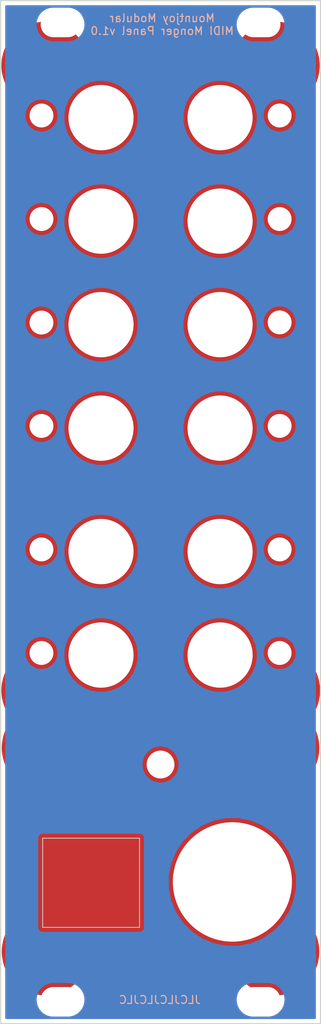
<source format=kicad_pcb>
(kicad_pcb (version 20171130) (host pcbnew "(5.1.4)-1")

  (general
    (thickness 1.6)
    (drawings 56)
    (tracks 0)
    (zones 0)
    (modules 32)
    (nets 1)
  )

  (page A4)
  (layers
    (0 F.Cu signal hide)
    (31 B.Cu signal)
    (32 B.Adhes user)
    (33 F.Adhes user)
    (34 B.Paste user)
    (35 F.Paste user)
    (36 B.SilkS user)
    (37 F.SilkS user)
    (38 B.Mask user)
    (39 F.Mask user)
    (40 Dwgs.User user)
    (41 Cmts.User user)
    (42 Eco1.User user)
    (43 Eco2.User user)
    (44 Edge.Cuts user)
    (45 Margin user)
    (46 B.CrtYd user)
    (47 F.CrtYd user)
    (48 B.Fab user)
    (49 F.Fab user)
  )

  (setup
    (last_trace_width 0.25)
    (user_trace_width 0.3)
    (trace_clearance 0.2)
    (zone_clearance 0.508)
    (zone_45_only no)
    (trace_min 0.2)
    (via_size 0.8)
    (via_drill 0.4)
    (via_min_size 0.4)
    (via_min_drill 0.3)
    (uvia_size 0.3)
    (uvia_drill 0.1)
    (uvias_allowed no)
    (uvia_min_size 0.2)
    (uvia_min_drill 0.1)
    (edge_width 0.1)
    (segment_width 0.2)
    (pcb_text_width 0.3)
    (pcb_text_size 1.5 1.5)
    (mod_edge_width 0.15)
    (mod_text_size 1 1)
    (mod_text_width 0.15)
    (pad_size 1.524 1.524)
    (pad_drill 0.762)
    (pad_to_mask_clearance 0)
    (aux_axis_origin 0 0)
    (grid_origin 96 40)
    (visible_elements 7FFFFF7F)
    (pcbplotparams
      (layerselection 0x010fc_ffffffff)
      (usegerberextensions false)
      (usegerberattributes false)
      (usegerberadvancedattributes false)
      (creategerberjobfile false)
      (excludeedgelayer true)
      (linewidth 0.100000)
      (plotframeref false)
      (viasonmask false)
      (mode 1)
      (useauxorigin false)
      (hpglpennumber 1)
      (hpglpenspeed 20)
      (hpglpendiameter 15.000000)
      (psnegative false)
      (psa4output false)
      (plotreference true)
      (plotvalue true)
      (plotinvisibletext false)
      (padsonsilk false)
      (subtractmaskfromsilk false)
      (outputformat 1)
      (mirror false)
      (drillshape 0)
      (scaleselection 1)
      (outputdirectory "Panel_PCB_Gerbers/"))
  )

  (net 0 "")

  (net_class Default "This is the default net class."
    (clearance 0.2)
    (trace_width 0.25)
    (via_dia 0.8)
    (via_drill 0.4)
    (uvia_dia 0.3)
    (uvia_drill 0.1)
  )

  (module MIDI_Monger_logos:MIDIText (layer F.Cu) (tedit 5DDD08B3) (tstamp 5DDC0599)
    (at 107.3 125.35)
    (fp_text reference G*** (at 0 0) (layer F.SilkS) hide
      (effects (font (size 1.524 1.524) (thickness 0.3)))
    )
    (fp_text value LOGO (at 0.75 0) (layer F.SilkS) hide
      (effects (font (size 1.524 1.524) (thickness 0.3)))
    )
    (fp_poly (pts (xy 5.5605 0.037142) (xy 5.715554 0.041887) (xy 5.803056 0.054407) (xy 5.84003 0.078475)
      (xy 5.8435 0.117866) (xy 5.836517 0.150699) (xy 5.826443 0.235089) (xy 5.814306 0.403611)
      (xy 5.801071 0.638841) (xy 5.787701 0.923356) (xy 5.775162 1.239735) (xy 5.773243 1.2937)
      (xy 5.737266 2.3224) (xy 4.8987 2.3224) (xy 4.864948 1.3191) (xy 4.853156 1.00088)
      (xy 4.84033 0.709622) (xy 4.827435 0.463591) (xy 4.815436 0.281052) (xy 4.805299 0.18027)
      (xy 4.804562 0.1761) (xy 4.777927 0.0364) (xy 5.32087 0.036399) (xy 5.5605 0.037142)) (layer F.Mask) (width 0.01))
    (fp_poly (pts (xy 3.732484 0.060486) (xy 4.060621 0.183932) (xy 4.323961 0.368379) (xy 4.49633 0.58353)
      (xy 4.571775 0.779965) (xy 4.614944 1.032336) (xy 4.621957 1.299025) (xy 4.588932 1.538415)
      (xy 4.586311 1.548366) (xy 4.470911 1.802389) (xy 4.281798 2.03092) (xy 4.046672 2.202282)
      (xy 3.990732 2.229512) (xy 3.814556 2.282864) (xy 3.574592 2.323836) (xy 3.308283 2.348709)
      (xy 3.053072 2.353765) (xy 2.876132 2.340194) (xy 2.718865 2.317131) (xy 2.694608 1.671001)
      (xy 3.571512 1.671001) (xy 3.572792 1.808086) (xy 3.585492 1.879178) (xy 3.613724 1.902057)
      (xy 3.661603 1.8945) (xy 3.67914 1.889336) (xy 3.809727 1.82538) (xy 3.889898 1.763981)
      (xy 3.955083 1.657056) (xy 4.00184 1.50117) (xy 4.009441 1.451192) (xy 3.997722 1.238344)
      (xy 3.913809 1.084176) (xy 3.765134 1.000445) (xy 3.7192 0.991956) (xy 3.659847 0.987951)
      (xy 3.62196 1.006166) (xy 3.599804 1.065152) (xy 3.587643 1.183459) (xy 3.579742 1.379639)
      (xy 3.57754 1.450145) (xy 3.571512 1.671001) (xy 2.694608 1.671001) (xy 2.684626 1.405116)
      (xy 2.671695 1.093405) (xy 2.657317 0.801116) (xy 2.642728 0.549921) (xy 2.629162 0.361494)
      (xy 2.619988 0.271312) (xy 2.589588 0.049522) (xy 2.927776 0.013305) (xy 3.351039 0.002218)
      (xy 3.732484 0.060486)) (layer F.Mask) (width 0.01))
    (fp_poly (pts (xy 2.2585 0.037142) (xy 2.413554 0.041887) (xy 2.501056 0.054407) (xy 2.53803 0.078475)
      (xy 2.5415 0.117866) (xy 2.534517 0.150699) (xy 2.524443 0.235089) (xy 2.512306 0.403611)
      (xy 2.499071 0.638841) (xy 2.485701 0.923356) (xy 2.473162 1.239735) (xy 2.471243 1.2937)
      (xy 2.435266 2.3224) (xy 1.5967 2.3224) (xy 1.562948 1.3191) (xy 1.551156 1.00088)
      (xy 1.53833 0.709622) (xy 1.525435 0.463591) (xy 1.513436 0.281052) (xy 1.503299 0.18027)
      (xy 1.502562 0.1761) (xy 1.475927 0.0364) (xy 2.01887 0.036399) (xy 2.2585 0.037142)) (layer F.Mask) (width 0.01))
    (fp_poly (pts (xy 1.347279 0.0364) (xy 1.314245 0.6841) (xy 1.300726 0.99232) (xy 1.289842 1.322495)
      (xy 1.282882 1.630304) (xy 1.281006 1.8271) (xy 1.2808 2.3224) (xy 0.726642 2.3224)
      (xy 0.6966 1.648172) (xy 0.447009 2.010686) (xy 0.334483 2.173234) (xy 0.246895 2.298077)
      (xy 0.197681 2.366136) (xy 0.191694 2.3732) (xy 0.160791 2.335599) (xy 0.082757 2.234835)
      (xy -0.028496 2.088958) (xy -0.092116 2.0049) (xy -0.3702 1.6366) (xy -0.385222 1.9795)
      (xy -0.400243 2.3224) (xy -0.897375 2.3224) (xy -0.923666 2.1065) (xy -0.934371 1.982505)
      (xy -0.946936 1.779623) (xy -0.960167 1.520521) (xy -0.972869 1.227867) (xy -0.980025 1.03748)
      (xy -0.991667 0.749125) (xy -1.004773 0.493361) (xy -1.018174 0.288746) (xy -1.030699 0.153838)
      (xy -1.038482 0.11038) (xy -1.036351 0.073941) (xy -0.984769 0.051495) (xy -0.867113 0.040006)
      (xy -0.666765 0.03644) (xy -0.63336 0.0364) (xy -0.199848 0.0364) (xy -0.071803 0.316089)
      (xy 0.010918 0.487314) (xy 0.089676 0.634945) (xy 0.132087 0.70406) (xy 0.17106 0.751643)
      (xy 0.206367 0.757603) (xy 0.250308 0.709097) (xy 0.315183 0.59328) (xy 0.399905 0.424371)
      (xy 0.591879 0.036399) (xy 0.969579 0.036399) (xy 1.347279 0.0364)) (layer F.Mask) (width 0.01))
  )

  (module MIDI_Monger_logos:MongerText (layer F.Cu) (tedit 5DDD0860) (tstamp 5DD8243F)
    (at 125.1 126.4)
    (fp_text reference G*** (at 0 0) (layer F.SilkS) hide
      (effects (font (size 1.524 1.524) (thickness 0.3)))
    )
    (fp_text value LOGO (at 0.75 0) (layer F.SilkS) hide
      (effects (font (size 1.524 1.524) (thickness 0.3)))
    )
    (fp_poly (pts (xy 5.241395 -0.98189) (xy 5.441287 -0.971735) (xy 5.590149 -0.950094) (xy 5.713201 -0.913831)
      (xy 5.7912 -0.880974) (xy 6.024364 -0.750871) (xy 6.173748 -0.602448) (xy 6.256956 -0.410796)
      (xy 6.290187 -0.175012) (xy 6.296769 0.018158) (xy 6.28057 0.15182) (xy 6.232874 0.267087)
      (xy 6.17747 0.356747) (xy 6.091815 0.475502) (xy 6.025519 0.548558) (xy 6.006379 0.559577)
      (xy 5.935004 0.58454) (xy 5.897029 0.60591) (xy 5.870332 0.64621) (xy 5.894583 0.715981)
      (xy 5.977988 0.832408) (xy 6.043162 0.911966) (xy 6.150275 1.045383) (xy 6.22175 1.145127)
      (xy 6.242175 1.189683) (xy 6.242133 1.189722) (xy 6.189852 1.220116) (xy 6.074481 1.280836)
      (xy 5.961178 1.338472) (xy 5.805601 1.410698) (xy 5.712217 1.434897) (xy 5.656477 1.415941)
      (xy 5.642682 1.401678) (xy 5.588523 1.321974) (xy 5.506535 1.185771) (xy 5.435524 1.060394)
      (xy 5.28504 0.7874) (xy 5.2832 1.3208) (xy 4.435505 1.3208) (xy 4.391739 0.305913)
      (xy 5.283282 0.305913) (xy 5.294503 0.423958) (xy 5.313566 0.470633) (xy 5.385509 0.480469)
      (xy 5.496746 0.441573) (xy 5.5753 0.392293) (xy 5.634894 0.290719) (xy 5.623051 0.162685)
      (xy 5.546195 0.046998) (xy 5.514033 0.022192) (xy 5.40813 -0.026514) (xy 5.336233 -0.026781)
      (xy 5.306052 0.038743) (xy 5.287767 0.163574) (xy 5.283282 0.305913) (xy 4.391739 0.305913)
      (xy 4.386761 0.1905) (xy 4.373298 -0.137454) (xy 4.362593 -0.429881) (xy 4.355078 -0.672031)
      (xy 4.351187 -0.849156) (xy 4.351352 -0.946507) (xy 4.352965 -0.960524) (xy 4.406555 -0.968816)
      (xy 4.541244 -0.975964) (xy 4.736532 -0.981191) (xy 4.965256 -0.983696) (xy 5.241395 -0.98189)) (layer F.Mask) (width 0.01))
    (fp_poly (pts (xy 4.126968 -0.596901) (xy 4.114975 -0.349145) (xy 4.099204 -0.18601) (xy 4.0701 -0.090678)
      (xy 4.018107 -0.046334) (xy 3.933672 -0.036162) (xy 3.812242 -0.043003) (xy 3.661151 -0.050091)
      (xy 3.585355 -0.036537) (xy 3.558958 0.009211) (xy 3.556 0.071297) (xy 3.563335 0.148803)
      (xy 3.602514 0.187908) (xy 3.699295 0.201665) (xy 3.81635 0.2032) (xy 4.0767 0.2032)
      (xy 4.04495 0.361949) (xy 4.022623 0.486504) (xy 4.013201 0.564732) (xy 4.0132 0.565149)
      (xy 3.967783 0.591662) (xy 3.852877 0.607562) (xy 3.7846 0.6096) (xy 3.644067 0.61389)
      (xy 3.577511 0.639406) (xy 3.55733 0.705114) (xy 3.556 0.766701) (xy 3.556 0.923803)
      (xy 3.835391 0.906401) (xy 4.114782 0.889) (xy 4.082719 1.0668) (xy 4.055548 1.196032)
      (xy 4.031337 1.277833) (xy 4.028929 1.2827) (xy 3.97279 1.297022) (xy 3.834918 1.308887)
      (xy 3.635175 1.317168) (xy 3.393419 1.320739) (xy 3.356747 1.3208) (xy 2.70629 1.3208)
      (xy 2.669095 0.245517) (xy 2.656835 -0.077786) (xy 2.643764 -0.368647) (xy 2.630769 -0.611029)
      (xy 2.618736 -0.788893) (xy 2.608552 -0.886199) (xy 2.605915 -0.897483) (xy 2.613764 -0.923948)
      (xy 2.669108 -0.94282) (xy 2.78438 -0.955215) (xy 2.972013 -0.962245) (xy 3.244438 -0.965025)
      (xy 3.361725 -0.965201) (xy 4.143521 -0.965201) (xy 4.126968 -0.596901)) (layer F.Mask) (width 0.01))
    (fp_poly (pts (xy 2.304163 -0.652949) (xy 2.329461 -0.398575) (xy 2.338974 -0.228325) (xy 2.327849 -0.125309)
      (xy 2.291231 -0.072642) (xy 2.224266 -0.053436) (xy 2.131077 -0.0508) (xy 1.885406 -0.013624)
      (xy 1.685855 0.08746) (xy 1.544698 0.236787) (xy 1.474208 0.418688) (xy 1.486661 0.617499)
      (xy 1.528088 0.71884) (xy 1.606204 0.798712) (xy 1.736781 0.88309) (xy 1.875186 0.946557)
      (xy 1.96073 0.9652) (xy 1.973201 0.919437) (xy 1.9719 0.8004) (xy 1.959839 0.6604)
      (xy 1.925354 0.3556) (xy 2.538892 0.3556) (xy 2.506967 0.8255) (xy 2.491107 1.032898)
      (xy 2.475107 1.198581) (xy 2.46142 1.298844) (xy 2.456045 1.317242) (xy 2.393868 1.333409)
      (xy 2.257744 1.344903) (xy 2.075232 1.351465) (xy 1.873889 1.352838) (xy 1.681275 1.348762)
      (xy 1.524946 1.33898) (xy 1.443954 1.326726) (xy 1.12069 1.196931) (xy 0.864462 0.99603)
      (xy 0.683118 0.732891) (xy 0.584509 0.416382) (xy 0.575183 0.345295) (xy 0.580461 -0.015531)
      (xy 0.672539 -0.329614) (xy 0.848319 -0.590805) (xy 1.104708 -0.79296) (xy 1.164862 -0.8255)
      (xy 1.328323 -0.899757) (xy 1.479176 -0.942357) (xy 1.657615 -0.961426) (xy 1.856072 -0.9652)
      (xy 2.271526 -0.9652) (xy 2.304163 -0.652949)) (layer F.Mask) (width 0.01))
    (fp_poly (pts (xy 0.140426 -0.965232) (xy 0.407853 -0.9652) (xy 0.374932 -0.2413) (xy 0.360083 0.064547)
      (xy 0.343337 0.376321) (xy 0.326652 0.659364) (xy 0.311985 0.879015) (xy 0.310705 0.896148)
      (xy 0.2794 1.309697) (xy -0.217821 0.934248) (xy -0.412863 0.789829) (xy -0.580335 0.671156)
      (xy -0.702854 0.59018) (xy -0.76304 0.558851) (xy -0.763921 0.5588) (xy -0.787354 0.605475)
      (xy -0.804633 0.729096) (xy -0.812599 0.905049) (xy -0.8128 0.9398) (xy -0.8128 1.3208)
      (xy -1.259426 1.3208) (xy -1.28926 0.9271) (xy -1.303599 0.716131) (xy -1.319984 0.440863)
      (xy -1.336298 0.138511) (xy -1.349216 -0.127) (xy -1.362431 -0.382677) (xy -1.376894 -0.60681)
      (xy -1.390961 -0.777024) (xy -1.402989 -0.870945) (xy -1.404293 -0.8763) (xy -1.406335 -0.922536)
      (xy -1.367133 -0.949367) (xy -1.267226 -0.961886) (xy -1.087155 -0.965182) (xy -1.064422 -0.9652)
      (xy -0.699596 -0.965201) (xy -0.395031 -0.701351) (xy -0.090466 -0.437502) (xy -0.127 -0.965264)
      (xy 0.140426 -0.965232)) (layer F.Mask) (width 0.01))
    (fp_poly (pts (xy -2.114795 -0.97312) (xy -1.866619 -0.818022) (xy -1.67355 -0.587596) (xy -1.619487 -0.484702)
      (xy -1.553061 -0.25663) (xy -1.523831 0.026511) (xy -1.53147 0.325375) (xy -1.575649 0.600615)
      (xy -1.629869 0.762) (xy -1.791289 1.043204) (xy -1.984476 1.23302) (xy -2.221149 1.33966)
      (xy -2.499378 1.37141) (xy -2.767799 1.339533) (xy -2.945502 1.263379) (xy -3.083672 1.16963)
      (xy -3.187724 1.067921) (xy -3.285417 0.926757) (xy -3.364993 0.7874) (xy -3.422459 0.66232)
      (xy -3.45696 0.524225) (xy -3.473784 0.342253) (xy -3.474153 0.324042) (xy -2.760878 0.324042)
      (xy -2.751514 0.502625) (xy -2.70401 0.66999) (xy -2.62355 0.798719) (xy -2.515322 0.861395)
      (xy -2.4892 0.8636) (xy -2.392237 0.823943) (xy -2.304105 0.732595) (xy -2.234686 0.562734)
      (xy -2.21559 0.368206) (xy -2.245212 0.186093) (xy -2.321948 0.05348) (xy -2.333962 0.042883)
      (xy -2.429724 -0.024743) (xy -2.4892 -0.0508) (xy -2.553577 -0.021786) (xy -2.644439 0.042883)
      (xy -2.726915 0.161655) (xy -2.760878 0.324042) (xy -3.474153 0.324042) (xy -3.478149 0.127)
      (xy -3.475597 -0.103476) (xy -3.461739 -0.264573) (xy -3.430261 -0.388391) (xy -3.374851 -0.507029)
      (xy -3.342182 -0.564294) (xy -3.192391 -0.773751) (xy -3.018568 -0.911612) (xy -2.787406 -1.001848)
      (xy -2.705752 -1.022332) (xy -2.4004 -1.04414) (xy -2.114795 -0.97312)) (layer F.Mask) (width 0.01))
    (fp_poly (pts (xy -3.641921 -0.9652) (xy -3.674955 -0.3175) (xy -3.688474 -0.00928) (xy -3.699358 0.320895)
      (xy -3.706318 0.628704) (xy -3.708194 0.8255) (xy -3.7084 1.3208) (xy -4.262558 1.3208)
      (xy -4.2926 0.646572) (xy -4.542191 1.009086) (xy -4.654717 1.171634) (xy -4.742305 1.296477)
      (xy -4.791519 1.364536) (xy -4.797506 1.3716) (xy -4.828409 1.333999) (xy -4.906443 1.233235)
      (xy -5.017696 1.087358) (xy -5.081316 1.0033) (xy -5.3594 0.635) (xy -5.374422 0.9779)
      (xy -5.389443 1.3208) (xy -5.886575 1.3208) (xy -5.912866 1.1049) (xy -5.923571 0.980905)
      (xy -5.936136 0.778023) (xy -5.949367 0.518921) (xy -5.962069 0.226267) (xy -5.969225 0.03588)
      (xy -5.980867 -0.252475) (xy -5.993973 -0.508239) (xy -6.007374 -0.712854) (xy -6.019899 -0.847762)
      (xy -6.027682 -0.89122) (xy -6.025551 -0.927659) (xy -5.973969 -0.950105) (xy -5.856313 -0.961594)
      (xy -5.655965 -0.96516) (xy -5.62256 -0.9652) (xy -5.189048 -0.9652) (xy -5.061003 -0.685511)
      (xy -4.978282 -0.514286) (xy -4.899524 -0.366655) (xy -4.857113 -0.29754) (xy -4.81814 -0.249957)
      (xy -4.782833 -0.243997) (xy -4.738892 -0.292503) (xy -4.674017 -0.40832) (xy -4.589295 -0.577229)
      (xy -4.397321 -0.965201) (xy -4.019621 -0.965201) (xy -3.641921 -0.9652)) (layer F.Mask) (width 0.01))
  )

  (module Custom_Footprints:Oval_Mounting_Hole (layer F.Cu) (tedit 5DD7CD6B) (tstamp 5DD7CFE6)
    (at 128.6 33.8)
    (descr "Mounting Hole 6mm, no annular")
    (tags "mounting hole 6mm no annular")
    (fp_text reference Ref** (at 0 -3.5) (layer F.SilkS) hide
      (effects (font (size 1 1) (thickness 0.15)))
    )
    (fp_text value Oval_Mounting_Hole (at 0 5.08) (layer F.Fab) hide
      (effects (font (size 1 1) (thickness 0.15)))
    )
    (fp_line (start 5.08 -3) (end 7.5 -3) (layer Dwgs.User) (width 0.15))
    (fp_line (start 5.08 3) (end 7.5 3) (layer Dwgs.User) (width 0.15))
    (fp_line (start 7.5 1.27) (end 7.5 3) (layer Dwgs.User) (width 0.15))
    (fp_line (start 7.5 -3) (end 7.5 -1.27) (layer Dwgs.User) (width 0.15))
    (fp_line (start -7.5 3) (end -5.08 3) (layer Dwgs.User) (width 0.15))
    (fp_line (start -7.5 -3) (end -5.08 -3) (layer Dwgs.User) (width 0.15))
    (fp_line (start -7.5 1.27) (end -7.5 3) (layer Dwgs.User) (width 0.15))
    (fp_line (start -7.5 -3) (end -7.5 -1.27) (layer Dwgs.User) (width 0.15))
    (fp_circle (center 0 0) (end 1.54 0) (layer Cmts.User) (width 0.15))
    (pad "" np_thru_hole oval (at 0 0) (size 5 3.2) (drill oval 5 3.2) (layers *.Cu *.Mask))
  )

  (module Custom_Footprints:Oval_Mounting_Hole (layer F.Cu) (tedit 5DD7CD6B) (tstamp 5DD7CFCC)
    (at 103.4 33.8)
    (descr "Mounting Hole 6mm, no annular")
    (tags "mounting hole 6mm no annular")
    (fp_text reference Ref** (at 0 -3.5) (layer F.SilkS) hide
      (effects (font (size 1 1) (thickness 0.15)))
    )
    (fp_text value Oval_Mounting_Hole (at 0 5.08) (layer F.Fab) hide
      (effects (font (size 1 1) (thickness 0.15)))
    )
    (fp_line (start 5.08 -3) (end 7.5 -3) (layer Dwgs.User) (width 0.15))
    (fp_line (start 5.08 3) (end 7.5 3) (layer Dwgs.User) (width 0.15))
    (fp_line (start 7.5 1.27) (end 7.5 3) (layer Dwgs.User) (width 0.15))
    (fp_line (start 7.5 -3) (end 7.5 -1.27) (layer Dwgs.User) (width 0.15))
    (fp_line (start -7.5 3) (end -5.08 3) (layer Dwgs.User) (width 0.15))
    (fp_line (start -7.5 -3) (end -5.08 -3) (layer Dwgs.User) (width 0.15))
    (fp_line (start -7.5 1.27) (end -7.5 3) (layer Dwgs.User) (width 0.15))
    (fp_line (start -7.5 -3) (end -7.5 -1.27) (layer Dwgs.User) (width 0.15))
    (fp_circle (center 0 0) (end 1.54 0) (layer Cmts.User) (width 0.15))
    (pad "" np_thru_hole oval (at 0 0) (size 5 3.2) (drill oval 5 3.2) (layers *.Cu *.Mask))
  )

  (module Custom_Footprints:Oval_Mounting_Hole (layer F.Cu) (tedit 5DD7CD6B) (tstamp 5DD7CFA1)
    (at 128.6 156.3)
    (descr "Mounting Hole 6mm, no annular")
    (tags "mounting hole 6mm no annular")
    (fp_text reference Ref** (at 0 -3.5) (layer F.SilkS) hide
      (effects (font (size 1 1) (thickness 0.15)))
    )
    (fp_text value Oval_Mounting_Hole (at 0 5.08) (layer F.Fab) hide
      (effects (font (size 1 1) (thickness 0.15)))
    )
    (fp_line (start 5.08 -3) (end 7.5 -3) (layer Dwgs.User) (width 0.15))
    (fp_line (start 5.08 3) (end 7.5 3) (layer Dwgs.User) (width 0.15))
    (fp_line (start 7.5 1.27) (end 7.5 3) (layer Dwgs.User) (width 0.15))
    (fp_line (start 7.5 -3) (end 7.5 -1.27) (layer Dwgs.User) (width 0.15))
    (fp_line (start -7.5 3) (end -5.08 3) (layer Dwgs.User) (width 0.15))
    (fp_line (start -7.5 -3) (end -5.08 -3) (layer Dwgs.User) (width 0.15))
    (fp_line (start -7.5 1.27) (end -7.5 3) (layer Dwgs.User) (width 0.15))
    (fp_line (start -7.5 -3) (end -7.5 -1.27) (layer Dwgs.User) (width 0.15))
    (fp_circle (center 0 0) (end 1.54 0) (layer Cmts.User) (width 0.15))
    (pad "" np_thru_hole oval (at 0 0) (size 5 3.2) (drill oval 5 3.2) (layers *.Cu *.Mask))
  )

  (module Custom_Footprints:Oval_Mounting_Hole (layer F.Cu) (tedit 5DD7CD6B) (tstamp 5DD7CF77)
    (at 103.4 156.3)
    (descr "Mounting Hole 6mm, no annular")
    (tags "mounting hole 6mm no annular")
    (fp_text reference Ref** (at 0 -3.5) (layer F.SilkS) hide
      (effects (font (size 1 1) (thickness 0.15)))
    )
    (fp_text value Oval_Mounting_Hole (at 0 5.08) (layer F.Fab) hide
      (effects (font (size 1 1) (thickness 0.15)))
    )
    (fp_line (start 5.08 -3) (end 7.5 -3) (layer Dwgs.User) (width 0.15))
    (fp_line (start 5.08 3) (end 7.5 3) (layer Dwgs.User) (width 0.15))
    (fp_line (start 7.5 1.27) (end 7.5 3) (layer Dwgs.User) (width 0.15))
    (fp_line (start 7.5 -3) (end 7.5 -1.27) (layer Dwgs.User) (width 0.15))
    (fp_line (start -7.5 3) (end -5.08 3) (layer Dwgs.User) (width 0.15))
    (fp_line (start -7.5 -3) (end -5.08 -3) (layer Dwgs.User) (width 0.15))
    (fp_line (start -7.5 1.27) (end -7.5 3) (layer Dwgs.User) (width 0.15))
    (fp_line (start -7.5 -3) (end -7.5 -1.27) (layer Dwgs.User) (width 0.15))
    (fp_circle (center 0 0) (end 1.54 0) (layer Cmts.User) (width 0.15))
    (pad "" np_thru_hole oval (at 0 0) (size 5 3.2) (drill oval 5 3.2) (layers *.Cu *.Mask))
  )

  (module Custom_Footprints:Sub_Miniature_Switch_MountingHole_3.5mm (layer F.Cu) (tedit 5D95D0D3) (tstamp 5DD7CBA1)
    (at 116 126.75)
    (descr "Mounting Hole 6mm, no annular")
    (tags "mounting hole 6mm no annular")
    (fp_text reference Ref** (at 0 -5.4) (layer F.SilkS) hide
      (effects (font (size 1 1) (thickness 0.15)))
    )
    (fp_text value Subminiature_Switch (at 0 5.1) (layer F.Fab) hide
      (effects (font (size 1 1) (thickness 0.15)))
    )
    (fp_circle (center 0 0) (end 1.5 0) (layer Cmts.User) (width 0.15))
    (fp_circle (center 0 0) (end 1.6 0) (layer F.CrtYd) (width 0.05))
    (pad "" np_thru_hole circle (at 0 0) (size 3.5 3.5) (drill 3.5) (layers *.Cu *.Mask))
  )

  (module Custom_Footprints:MIDISocket_Hole_15mm (layer F.Cu) (tedit 5DD6D3B6) (tstamp 5DD8246D)
    (at 125.05 141.5)
    (descr "Mounting Hole 15mm")
    (tags "mounting hole 15mm")
    (fp_text reference Ref** (at 0 -8.4) (layer F.SilkS) hide
      (effects (font (size 1 1) (thickness 0.15)))
    )
    (fp_text value MIDISocket_Hole_15mm (at 0 8.5) (layer F.Fab) hide
      (effects (font (size 1 1) (thickness 0.15)))
    )
    (fp_circle (center 0 0) (end 7.5 0) (layer F.Fab) (width 0.12))
    (fp_circle (center 0 0) (end 1.796051 0) (layer B.Fab) (width 0.15))
    (fp_circle (center 0 0) (end 6 0) (layer F.CrtYd) (width 0.05))
    (pad "" np_thru_hole circle (at 0 0) (size 15 15) (drill 15) (layers *.Cu *.Mask))
  )

  (module Custom_Footprints:Sub_Miniature_Switch_MountingHole_3mm (layer F.Cu) (tedit 5DD6CEE3) (tstamp 5DD6D5FC)
    (at 131.0012 112.739)
    (descr "Mounting Hole 6mm, no annular")
    (tags "mounting hole 6mm no annular")
    (fp_text reference Ref** (at 0 -5.4) (layer F.SilkS) hide
      (effects (font (size 1 1) (thickness 0.15)))
    )
    (fp_text value Subminiature_Switch (at 0 5.1) (layer F.Fab) hide
      (effects (font (size 1 1) (thickness 0.15)))
    )
    (fp_circle (center 0 0) (end 1.5 0) (layer Cmts.User) (width 0.1))
    (fp_circle (center 0 0) (end 1.6 0) (layer F.CrtYd) (width 0.05))
    (pad "" np_thru_hole circle (at 0 0) (size 3 3) (drill 3) (layers *.Cu *.Mask))
  )

  (module Custom_Footprints:Sub_Miniature_Switch_MountingHole_3mm (layer F.Cu) (tedit 5DD6CEE3) (tstamp 5DD6D5F0)
    (at 131.0012 99.7342)
    (descr "Mounting Hole 6mm, no annular")
    (tags "mounting hole 6mm no annular")
    (fp_text reference Ref** (at 0 -5.4) (layer F.SilkS) hide
      (effects (font (size 1 1) (thickness 0.15)))
    )
    (fp_text value Subminiature_Switch (at 0 5.1) (layer F.Fab) hide
      (effects (font (size 1 1) (thickness 0.15)))
    )
    (fp_circle (center 0 0) (end 1.6 0) (layer F.CrtYd) (width 0.05))
    (fp_circle (center 0 0) (end 1.5 0) (layer Cmts.User) (width 0.1))
    (pad "" np_thru_hole circle (at 0 0) (size 3 3) (drill 3) (layers *.Cu *.Mask))
  )

  (module Custom_Footprints:Sub_Miniature_Switch_MountingHole_3mm (layer F.Cu) (tedit 5DD6CEE3) (tstamp 5DD6D5E4)
    (at 131.0012 84.2214)
    (descr "Mounting Hole 6mm, no annular")
    (tags "mounting hole 6mm no annular")
    (fp_text reference Ref** (at 0 -5.4) (layer F.SilkS) hide
      (effects (font (size 1 1) (thickness 0.15)))
    )
    (fp_text value Subminiature_Switch (at 0 5.1) (layer F.Fab) hide
      (effects (font (size 1 1) (thickness 0.15)))
    )
    (fp_circle (center 0 0) (end 1.5 0) (layer Cmts.User) (width 0.1))
    (fp_circle (center 0 0) (end 1.6 0) (layer F.CrtYd) (width 0.05))
    (pad "" np_thru_hole circle (at 0 0) (size 3 3) (drill 3) (layers *.Cu *.Mask))
  )

  (module Custom_Footprints:Sub_Miniature_Switch_MountingHole_3mm (layer F.Cu) (tedit 5DD6CEE3) (tstamp 5DD6D5D8)
    (at 131.0012 71.2166)
    (descr "Mounting Hole 6mm, no annular")
    (tags "mounting hole 6mm no annular")
    (fp_text reference Ref** (at 0 -5.4) (layer F.SilkS) hide
      (effects (font (size 1 1) (thickness 0.15)))
    )
    (fp_text value Subminiature_Switch (at 0 5.1) (layer F.Fab) hide
      (effects (font (size 1 1) (thickness 0.15)))
    )
    (fp_circle (center 0 0) (end 1.6 0) (layer F.CrtYd) (width 0.05))
    (fp_circle (center 0 0) (end 1.5 0) (layer Cmts.User) (width 0.1))
    (pad "" np_thru_hole circle (at 0 0) (size 3 3) (drill 3) (layers *.Cu *.Mask))
  )

  (module Custom_Footprints:Sub_Miniature_Switch_MountingHole_3mm (layer F.Cu) (tedit 5DD6CEE3) (tstamp 5DD6D5CC)
    (at 131.0012 58.2372)
    (descr "Mounting Hole 6mm, no annular")
    (tags "mounting hole 6mm no annular")
    (fp_text reference Ref** (at 0 -5.4) (layer F.SilkS) hide
      (effects (font (size 1 1) (thickness 0.15)))
    )
    (fp_text value Subminiature_Switch (at 0 5.1) (layer F.Fab) hide
      (effects (font (size 1 1) (thickness 0.15)))
    )
    (fp_circle (center 0 0) (end 1.5 0) (layer Cmts.User) (width 0.1))
    (fp_circle (center 0 0) (end 1.6 0) (layer F.CrtYd) (width 0.05))
    (pad "" np_thru_hole circle (at 0 0) (size 3 3) (drill 3) (layers *.Cu *.Mask))
  )

  (module Custom_Footprints:Sub_Miniature_Switch_MountingHole_3mm (layer F.Cu) (tedit 5DD6CEE3) (tstamp 5DD6D5C0)
    (at 131.0012 45.2324)
    (descr "Mounting Hole 6mm, no annular")
    (tags "mounting hole 6mm no annular")
    (fp_text reference Ref** (at 0 -5.4) (layer F.SilkS) hide
      (effects (font (size 1 1) (thickness 0.15)))
    )
    (fp_text value Subminiature_Switch (at 0 5.1) (layer F.Fab) hide
      (effects (font (size 1 1) (thickness 0.15)))
    )
    (fp_circle (center 0 0) (end 1.6 0) (layer F.CrtYd) (width 0.05))
    (fp_circle (center 0 0) (end 1.5 0) (layer Cmts.User) (width 0.1))
    (pad "" np_thru_hole circle (at 0 0) (size 3 3) (drill 3) (layers *.Cu *.Mask))
  )

  (module Custom_Footprints:Sub_Miniature_Switch_MountingHole_3mm (layer F.Cu) (tedit 5DD6CEE3) (tstamp 5DD6D3E9)
    (at 101 112.739)
    (descr "Mounting Hole 6mm, no annular")
    (tags "mounting hole 6mm no annular")
    (fp_text reference Ref** (at 0 -5.4) (layer F.SilkS) hide
      (effects (font (size 1 1) (thickness 0.15)))
    )
    (fp_text value Subminiature_Switch (at 0 5.1) (layer F.Fab) hide
      (effects (font (size 1 1) (thickness 0.15)))
    )
    (fp_circle (center 0 0) (end 1.6 0) (layer F.CrtYd) (width 0.05))
    (fp_circle (center 0 0) (end 1.5 0) (layer Cmts.User) (width 0.1))
    (pad "" np_thru_hole circle (at 0 0) (size 3 3) (drill 3) (layers *.Cu *.Mask))
  )

  (module Custom_Footprints:Sub_Miniature_Switch_MountingHole_3mm (layer F.Cu) (tedit 5DD6CEE3) (tstamp 5DD6D3DD)
    (at 101 99.7342)
    (descr "Mounting Hole 6mm, no annular")
    (tags "mounting hole 6mm no annular")
    (fp_text reference Ref** (at 0 -5.4) (layer F.SilkS) hide
      (effects (font (size 1 1) (thickness 0.15)))
    )
    (fp_text value Subminiature_Switch (at 0 5.1) (layer F.Fab) hide
      (effects (font (size 1 1) (thickness 0.15)))
    )
    (fp_circle (center 0 0) (end 1.5 0) (layer Cmts.User) (width 0.1))
    (fp_circle (center 0 0) (end 1.6 0) (layer F.CrtYd) (width 0.05))
    (pad "" np_thru_hole circle (at 0 0) (size 3 3) (drill 3) (layers *.Cu *.Mask))
  )

  (module Custom_Footprints:Sub_Miniature_Switch_MountingHole_3mm (layer F.Cu) (tedit 5DD6CEE3) (tstamp 5DD6D3D1)
    (at 101 84.2214)
    (descr "Mounting Hole 6mm, no annular")
    (tags "mounting hole 6mm no annular")
    (fp_text reference Ref** (at 0 -5.4) (layer F.SilkS) hide
      (effects (font (size 1 1) (thickness 0.15)))
    )
    (fp_text value Subminiature_Switch (at 0 5.1) (layer F.Fab) hide
      (effects (font (size 1 1) (thickness 0.15)))
    )
    (fp_circle (center 0 0) (end 1.6 0) (layer F.CrtYd) (width 0.05))
    (fp_circle (center 0 0) (end 1.5 0) (layer Cmts.User) (width 0.1))
    (pad "" np_thru_hole circle (at 0 0) (size 3 3) (drill 3) (layers *.Cu *.Mask))
  )

  (module Custom_Footprints:Sub_Miniature_Switch_MountingHole_3mm (layer F.Cu) (tedit 5DD6CEE3) (tstamp 5DD6D3C5)
    (at 101 71.242)
    (descr "Mounting Hole 6mm, no annular")
    (tags "mounting hole 6mm no annular")
    (fp_text reference Ref** (at 0 -5.4) (layer F.SilkS) hide
      (effects (font (size 1 1) (thickness 0.15)))
    )
    (fp_text value Subminiature_Switch (at 0 5.1) (layer F.Fab) hide
      (effects (font (size 1 1) (thickness 0.15)))
    )
    (fp_circle (center 0 0) (end 1.5 0) (layer Cmts.User) (width 0.1))
    (fp_circle (center 0 0) (end 1.6 0) (layer F.CrtYd) (width 0.05))
    (pad "" np_thru_hole circle (at 0 0) (size 3 3) (drill 3) (layers *.Cu *.Mask))
  )

  (module Custom_Footprints:Sub_Miniature_Switch_MountingHole_3mm (layer F.Cu) (tedit 5DD6CEE3) (tstamp 5DD6D379)
    (at 101.0038 58.2372)
    (descr "Mounting Hole 6mm, no annular")
    (tags "mounting hole 6mm no annular")
    (fp_text reference Ref** (at 0 -5.4) (layer F.SilkS) hide
      (effects (font (size 1 1) (thickness 0.15)))
    )
    (fp_text value Subminiature_Switch (at 0 5.1) (layer F.Fab) hide
      (effects (font (size 1 1) (thickness 0.15)))
    )
    (fp_circle (center 0 0) (end 1.6 0) (layer F.CrtYd) (width 0.05))
    (fp_circle (center 0 0) (end 1.5 0) (layer Cmts.User) (width 0.1))
    (pad "" np_thru_hole circle (at 0 0) (size 3 3) (drill 3) (layers *.Cu *.Mask))
  )

  (module Custom_Footprints:Sub_Miniature_Switch_MountingHole_3mm (layer F.Cu) (tedit 5DD6CEE3) (tstamp 5DD6D092)
    (at 101 45.2324)
    (descr "Mounting Hole 6mm, no annular")
    (tags "mounting hole 6mm no annular")
    (fp_text reference Ref** (at 0 -5.4) (layer F.SilkS) hide
      (effects (font (size 1 1) (thickness 0.15)))
    )
    (fp_text value Subminiature_Switch (at 0 5.1) (layer F.Fab) hide
      (effects (font (size 1 1) (thickness 0.15)))
    )
    (fp_circle (center 0 0) (end 1.5 0) (layer Cmts.User) (width 0.1))
    (fp_circle (center 0 0) (end 1.6 0) (layer F.CrtYd) (width 0.05))
    (pad "" np_thru_hole circle (at 0 0) (size 3 3) (drill 3) (layers *.Cu *.Mask))
  )

  (module Custom_Footprints:Cliff_8mm_Jack_Hole (layer F.Cu) (tedit 5DD6C626) (tstamp 5DD6C921)
    (at 123.5 58.5)
    (descr "Mounting Hole 8mm")
    (tags "mounting hole 8mm")
    (fp_text reference Ref** (at 0 -6.8) (layer F.SilkS) hide
      (effects (font (size 1 1) (thickness 0.15)))
    )
    (fp_text value Cliff_8mm_Jack_Hole (at 0 7) (layer F.Fab) hide
      (effects (font (size 1 1) (thickness 0.15)))
    )
    (fp_circle (center 0 0) (end 6 0) (layer F.CrtYd) (width 0.05))
    (fp_circle (center 0 0) (end 1.796051 0) (layer B.Fab) (width 0.15))
    (pad "" np_thru_hole circle (at 0 0) (size 8.2 8.2) (drill 8.2) (layers *.Cu *.Mask))
  )

  (module Custom_Footprints:Cliff_8mm_Jack_Hole (layer F.Cu) (tedit 5DD6C626) (tstamp 5DD6C915)
    (at 123.5 71.5)
    (descr "Mounting Hole 8mm")
    (tags "mounting hole 8mm")
    (fp_text reference Ref** (at 0 -6.8) (layer F.SilkS) hide
      (effects (font (size 1 1) (thickness 0.15)))
    )
    (fp_text value Cliff_8mm_Jack_Hole (at 0 7) (layer F.Fab) hide
      (effects (font (size 1 1) (thickness 0.15)))
    )
    (fp_circle (center 0 0) (end 1.796051 0) (layer B.Fab) (width 0.15))
    (fp_circle (center 0 0) (end 6 0) (layer F.CrtYd) (width 0.05))
    (pad "" np_thru_hole circle (at 0 0) (size 8.2 8.2) (drill 8.2) (layers *.Cu *.Mask))
  )

  (module Custom_Footprints:Cliff_8mm_Jack_Hole (layer F.Cu) (tedit 5DD6C626) (tstamp 5DD6C909)
    (at 123.5 84.5)
    (descr "Mounting Hole 8mm")
    (tags "mounting hole 8mm")
    (fp_text reference Ref** (at 0 -6.8) (layer F.SilkS) hide
      (effects (font (size 1 1) (thickness 0.15)))
    )
    (fp_text value Cliff_8mm_Jack_Hole (at 0 7) (layer F.Fab) hide
      (effects (font (size 1 1) (thickness 0.15)))
    )
    (fp_circle (center 0 0) (end 6 0) (layer F.CrtYd) (width 0.05))
    (fp_circle (center 0 0) (end 1.796051 0) (layer B.Fab) (width 0.15))
    (pad "" np_thru_hole circle (at 0 0) (size 8.2 8.2) (drill 8.2) (layers *.Cu *.Mask))
  )

  (module Custom_Footprints:Cliff_8mm_Jack_Hole (layer F.Cu) (tedit 5DD6C626) (tstamp 5DD6C8FD)
    (at 123.5 100)
    (descr "Mounting Hole 8mm")
    (tags "mounting hole 8mm")
    (fp_text reference Ref** (at 0 -6.8) (layer F.SilkS) hide
      (effects (font (size 1 1) (thickness 0.15)))
    )
    (fp_text value Cliff_8mm_Jack_Hole (at 0 7) (layer F.Fab) hide
      (effects (font (size 1 1) (thickness 0.15)))
    )
    (fp_circle (center 0 0) (end 1.796051 0) (layer B.Fab) (width 0.15))
    (fp_circle (center 0 0) (end 6 0) (layer F.CrtYd) (width 0.05))
    (pad "" np_thru_hole circle (at 0 0) (size 8.2 8.2) (drill 8.2) (layers *.Cu *.Mask))
  )

  (module Custom_Footprints:Cliff_8mm_Jack_Hole (layer F.Cu) (tedit 5DD6C626) (tstamp 5DD6C8F1)
    (at 123.5 113)
    (descr "Mounting Hole 8mm")
    (tags "mounting hole 8mm")
    (fp_text reference Ref** (at 0 -6.8) (layer F.SilkS) hide
      (effects (font (size 1 1) (thickness 0.15)))
    )
    (fp_text value Cliff_8mm_Jack_Hole (at 0 7) (layer F.Fab) hide
      (effects (font (size 1 1) (thickness 0.15)))
    )
    (fp_circle (center 0 0) (end 6 0) (layer F.CrtYd) (width 0.05))
    (fp_circle (center 0 0) (end 1.796051 0) (layer B.Fab) (width 0.15))
    (pad "" np_thru_hole circle (at 0 0) (size 8.2 8.2) (drill 8.2) (layers *.Cu *.Mask))
  )

  (module Custom_Footprints:Cliff_8mm_Jack_Hole (layer F.Cu) (tedit 5DD6C626) (tstamp 5DD6C8E5)
    (at 108.5 113)
    (descr "Mounting Hole 8mm")
    (tags "mounting hole 8mm")
    (fp_text reference Ref** (at 0 -6.8) (layer F.SilkS) hide
      (effects (font (size 1 1) (thickness 0.15)))
    )
    (fp_text value Cliff_8mm_Jack_Hole (at 0 7) (layer F.Fab) hide
      (effects (font (size 1 1) (thickness 0.15)))
    )
    (fp_circle (center 0 0) (end 1.796051 0) (layer B.Fab) (width 0.15))
    (fp_circle (center 0 0) (end 6 0) (layer F.CrtYd) (width 0.05))
    (pad "" np_thru_hole circle (at 0 0) (size 8.2 8.2) (drill 8.2) (layers *.Cu *.Mask))
  )

  (module Custom_Footprints:Cliff_8mm_Jack_Hole (layer F.Cu) (tedit 5DD6C626) (tstamp 5DD6C8D9)
    (at 108.5 100)
    (descr "Mounting Hole 8mm")
    (tags "mounting hole 8mm")
    (fp_text reference Ref** (at 0 -6.8) (layer F.SilkS) hide
      (effects (font (size 1 1) (thickness 0.15)))
    )
    (fp_text value Cliff_8mm_Jack_Hole (at 0 7) (layer F.Fab) hide
      (effects (font (size 1 1) (thickness 0.15)))
    )
    (fp_circle (center 0 0) (end 6 0) (layer F.CrtYd) (width 0.05))
    (fp_circle (center 0 0) (end 1.796051 0) (layer B.Fab) (width 0.15))
    (pad "" np_thru_hole circle (at 0 0) (size 8.2 8.2) (drill 8.2) (layers *.Cu *.Mask))
  )

  (module Custom_Footprints:Cliff_8mm_Jack_Hole (layer F.Cu) (tedit 5DD6C626) (tstamp 5DD6C8CD)
    (at 108.5 84.5)
    (descr "Mounting Hole 8mm")
    (tags "mounting hole 8mm")
    (fp_text reference Ref** (at 0 -6.8) (layer F.SilkS) hide
      (effects (font (size 1 1) (thickness 0.15)))
    )
    (fp_text value Cliff_8mm_Jack_Hole (at 0 7) (layer F.Fab) hide
      (effects (font (size 1 1) (thickness 0.15)))
    )
    (fp_circle (center 0 0) (end 1.796051 0) (layer B.Fab) (width 0.15))
    (fp_circle (center 0 0) (end 6 0) (layer F.CrtYd) (width 0.05))
    (pad "" np_thru_hole circle (at 0 0) (size 8.2 8.2) (drill 8.2) (layers *.Cu *.Mask))
  )

  (module Custom_Footprints:Cliff_8mm_Jack_Hole (layer F.Cu) (tedit 5DD6C626) (tstamp 5DD6C8C1)
    (at 108.5 71.5)
    (descr "Mounting Hole 8mm")
    (tags "mounting hole 8mm")
    (fp_text reference Ref** (at 0 -6.8) (layer F.SilkS) hide
      (effects (font (size 1 1) (thickness 0.15)))
    )
    (fp_text value Cliff_8mm_Jack_Hole (at 0 7) (layer F.Fab) hide
      (effects (font (size 1 1) (thickness 0.15)))
    )
    (fp_circle (center 0 0) (end 6 0) (layer F.CrtYd) (width 0.05))
    (fp_circle (center 0 0) (end 1.796051 0) (layer B.Fab) (width 0.15))
    (pad "" np_thru_hole circle (at 0 0) (size 8.2 8.2) (drill 8.2) (layers *.Cu *.Mask))
  )

  (module Custom_Footprints:Cliff_8mm_Jack_Hole (layer F.Cu) (tedit 5DD6C626) (tstamp 5DD6C8B5)
    (at 108.5 58.5)
    (descr "Mounting Hole 8mm")
    (tags "mounting hole 8mm")
    (fp_text reference Ref** (at 0 -6.8) (layer F.SilkS) hide
      (effects (font (size 1 1) (thickness 0.15)))
    )
    (fp_text value Cliff_8mm_Jack_Hole (at 0 7) (layer F.Fab) hide
      (effects (font (size 1 1) (thickness 0.15)))
    )
    (fp_circle (center 0 0) (end 1.796051 0) (layer B.Fab) (width 0.15))
    (fp_circle (center 0 0) (end 6 0) (layer F.CrtYd) (width 0.05))
    (pad "" np_thru_hole circle (at 0 0) (size 8.2 8.2) (drill 8.2) (layers *.Cu *.Mask))
  )

  (module Custom_Footprints:Cliff_8mm_Jack_Hole (layer F.Cu) (tedit 5DD6C626) (tstamp 5DD6C883)
    (at 108.5 45.5)
    (descr "Mounting Hole 8mm")
    (tags "mounting hole 8mm")
    (fp_text reference Ref** (at 0 -6.8) (layer F.SilkS) hide
      (effects (font (size 1 1) (thickness 0.15)))
    )
    (fp_text value Cliff_8mm_Jack_Hole (at 0 7) (layer F.Fab) hide
      (effects (font (size 1 1) (thickness 0.15)))
    )
    (fp_circle (center 0 0) (end 6 0) (layer F.CrtYd) (width 0.05))
    (fp_circle (center 0 0) (end 1.796051 0) (layer B.Fab) (width 0.15))
    (pad "" np_thru_hole circle (at 0 0) (size 8.2 8.2) (drill 8.2) (layers *.Cu *.Mask))
  )

  (module Custom_Footprints:Cliff_8mm_Jack_Hole (layer F.Cu) (tedit 5DD6C626) (tstamp 5DD6C77F)
    (at 123.5 45.5)
    (descr "Mounting Hole 8mm")
    (tags "mounting hole 8mm")
    (fp_text reference Ref** (at 0 -6.8) (layer F.SilkS) hide
      (effects (font (size 1 1) (thickness 0.15)))
    )
    (fp_text value Cliff_8mm_Jack_Hole (at 0 7) (layer F.Fab) hide
      (effects (font (size 1 1) (thickness 0.15)))
    )
    (fp_circle (center 0 0) (end 1.796051 0) (layer B.Fab) (width 0.15))
    (fp_circle (center 0 0) (end 6 0) (layer F.CrtYd) (width 0.05))
    (pad "" np_thru_hole circle (at 0 0) (size 8.2 8.2) (drill 8.2) (layers *.Cu *.Mask))
  )

  (gr_text "Mountjoy Modular\nMIDI Monger Panel v1.0" (at 116.2 33.8) (layer B.SilkS)
    (effects (font (size 1 1) (thickness 0.15)) (justify mirror))
  )
  (gr_poly (pts (xy 113.3 136) (xy 113.3 147.2) (xy 101.2 147.2) (xy 101.2 136)) (layer F.Mask) (width 0.1))
  (gr_text JLCJLCJLCJLC (at 115.9 156.3) (layer B.SilkS)
    (effects (font (size 1 1) (thickness 0.15)) (justify mirror))
  )
  (gr_circle (center 130.600141 117.45) (end 131.1 117.45) (layer F.Cu) (width 5) (tstamp 5DD9739B))
  (gr_circle (center 101.45 117.450141) (end 101.949859 117.450141) (layer F.Cu) (width 5) (tstamp 5DD9739A))
  (gr_circle (center 101.449859 38.949859) (end 101.949718 38.949859) (layer F.Cu) (width 5) (tstamp 5DD97298))
  (gr_circle (center 130.55 38.949859) (end 131.049859 38.949859) (layer F.Cu) (width 5) (tstamp 5DD97297))
  (gr_poly (pts (xy 101.65 144.2) (xy 130.65 144.2) (xy 130.65 153.2) (xy 101.65 153.2)) (layer F.Cu) (width 0.1) (tstamp 5DD97205))
  (gr_poly (pts (xy 98.55 132.05) (xy 133.45 132.05) (xy 133.45 150.25) (xy 98.55 150.25)) (layer F.Cu) (width 0.1) (tstamp 5DD971DD))
  (gr_circle (center 101.499859 150.249859) (end 101.999718 150.249859) (layer F.Cu) (width 5) (tstamp 5DD971C9))
  (gr_circle (center 130.5 150.249859) (end 130.999859 150.249859) (layer F.Cu) (width 5) (tstamp 5DD971C8))
  (gr_poly (pts (xy 98.55 124.65) (xy 133.45 124.65) (xy 133.45 130.7) (xy 98.5 130.7)) (layer F.Cu) (width 0.1) (tstamp 5DD97127))
  (gr_poly (pts (xy 101.5 121.7) (xy 130.5 121.7) (xy 130.5 130.7) (xy 101.5 130.7)) (layer F.Cu) (width 0.1) (tstamp 5DD970A8))
  (gr_circle (center 130.5 124.649859) (end 130.999859 124.649859) (layer F.Cu) (width 5) (tstamp 5DD97098))
  (gr_circle (center 101.499859 124.649859) (end 101.999718 124.649859) (layer F.Cu) (width 5) (tstamp 5DD97024))
  (gr_poly (pts (xy 98.5 92.75) (xy 133.55 92.75) (xy 133.55 117.65) (xy 98.5 117.7)) (layer F.Cu) (width 0.1) (tstamp 5DD96C4B))
  (gr_poly (pts (xy 101.45 106.3) (xy 130.8 106.35) (xy 130.8 120.4) (xy 101.45 120.4)) (layer F.Cu) (width 0.1) (tstamp 5DD96BEC))
  (gr_poly (pts (xy 116.5 39.1) (xy 133.5 39.05) (xy 133.5 91.7) (xy 116.5 91.7)) (layer F.Cu) (width 0.1) (tstamp 5DD96A9E))
  (gr_poly (pts (xy 116.5 36) (xy 130.45 36) (xy 130.45 46) (xy 116.5 46)) (layer F.Cu) (width 0.1) (tstamp 5DD96A9D))
  (gr_poly (pts (xy 98.5 39.05) (xy 115.5 39.05) (xy 115.5 91.7) (xy 98.5 91.7)) (layer F.Cu) (width 0.1) (tstamp 5DD968D3))
  (gr_poly (pts (xy 101.35 36) (xy 115.5 36) (xy 115.5 46) (xy 101.35 46)) (layer F.Cu) (width 0.1))
  (gr_circle (center 100.8 126.2) (end 101.082843 126.2) (layer F.Mask) (width 0.3) (tstamp 5DD90D66))
  (gr_circle (center 103.5 124) (end 103.782843 124) (layer F.Mask) (width 0.3) (tstamp 5DD90D58))
  (gr_circle (center 102.4 123.8) (end 102.682843 123.8) (layer F.Mask) (width 0.3) (tstamp 5DD90D56))
  (gr_circle (center 101.4 124.2) (end 101.682843 124.2) (layer F.Mask) (width 0.3) (tstamp 5DD90D54))
  (gr_text Gate (at 116.1 106.3) (layer F.Mask) (tstamp 5DD93C54)
    (effects (font (size 1.5 1.5) (thickness 0.3)))
  )
  (gr_arc (start 102.6 125.8) (end 102.4 127.7) (angle -90) (layer F.Mask) (width 0.3))
  (gr_circle (center 100.7 125.1) (end 100.982843 125.1) (layer F.Mask) (width 0.3))
  (gr_circle (center 102.559925 125.6) (end 105.200001 125.6) (layer F.Mask) (width 0.3))
  (gr_text Gate (at 123.7 38) (layer F.Mask) (tstamp 5DD914C7)
    (effects (font (size 1.5 1.5) (thickness 0.3)))
  )
  (gr_text CV/Pitch (at 108.25 38) (layer F.Mask)
    (effects (font (size 1.5 1.5) (thickness 0.3)))
  )
  (gr_text 6 (at 131 96) (layer F.Mask) (tstamp 5DD8107A)
    (effects (font (size 1.5 1.5) (thickness 0.3)))
  )
  (gr_text 8 (at 131 109) (layer F.Mask) (tstamp 5DD81075)
    (effects (font (size 1.5 1.5) (thickness 0.3)))
  )
  (gr_text 7 (at 101 109) (layer F.Mask) (tstamp 5DD81070)
    (effects (font (size 1.5 1.5) (thickness 0.3)))
  )
  (gr_text 5 (at 101 96) (layer F.Mask) (tstamp 5DD8104D)
    (effects (font (size 1.5 1.5) (thickness 0.3)))
  )
  (gr_text 4 (at 131 80.5) (layer F.Mask) (tstamp 5DD80FBC)
    (effects (font (size 1.5 1.5) (thickness 0.3)))
  )
  (gr_text 3 (at 131 67.5) (layer F.Mask) (tstamp 5DD80FBA)
    (effects (font (size 1.5 1.5) (thickness 0.3)))
  )
  (gr_text 2 (at 131 54.5) (layer F.Mask) (tstamp 5DD80FB8)
    (effects (font (size 1.5 1.5) (thickness 0.3)))
  )
  (gr_text 4 (at 101 80.5) (layer F.Mask) (tstamp 5DD80FAF)
    (effects (font (size 1.5 1.5) (thickness 0.3)))
  )
  (gr_text 3 (at 101 67.5) (layer F.Mask) (tstamp 5DD80FAD)
    (effects (font (size 1.5 1.5) (thickness 0.3)))
  )
  (gr_text 2 (at 101 54.5) (layer F.Mask) (tstamp 5DD80FAB)
    (effects (font (size 1.5 1.5) (thickness 0.3)))
  )
  (gr_text 1 (at 131 41.5) (layer F.Mask) (tstamp 5DD80F3F)
    (effects (font (size 1.5 1.5) (thickness 0.3)))
  )
  (gr_text 1 (at 101 41.5) (layer F.Mask)
    (effects (font (size 1.5 1.5) (thickness 0.3)))
  )
  (gr_text "Mountjoy Modular" (at 116.2 156.25) (layer F.Mask)
    (effects (font (size 1 1) (thickness 0.2)))
  )
  (gr_line (start 101.15 147.2) (end 101.15 136) (layer Edge.Cuts) (width 0.1) (tstamp 5DD6D6A8))
  (gr_line (start 113.35 147.2) (end 101.15 147.2) (layer Edge.Cuts) (width 0.1))
  (gr_line (start 113.35 136) (end 113.35 147.2) (layer Edge.Cuts) (width 0.1))
  (gr_line (start 101.15 136) (end 113.35 136) (layer Edge.Cuts) (width 0.1))
  (gr_line (start 136.15 30.8) (end 136.15 159.3) (layer Edge.Cuts) (width 0.15) (tstamp 5DD58F00))
  (gr_line (start 95.85 159.3) (end 136.15 159.3) (layer Edge.Cuts) (width 0.15) (tstamp 5DD58EFA))
  (gr_line (start 95.85 30.8) (end 95.85 159.3) (layer Edge.Cuts) (width 0.15) (tstamp 5DD58EFD))
  (gr_line (start 95.85 30.8) (end 136.15 30.8) (layer Edge.Cuts) (width 0.15) (tstamp 5DD58F03))
  (gr_line (start 96 40) (end 136 40) (layer Cmts.User) (width 0.1) (tstamp 5DCEEEB0))
  (gr_line (start 136 40) (end 136 150) (layer Cmts.User) (width 0.1))
  (gr_line (start 96 150) (end 136 150) (layer Cmts.User) (width 0.1))
  (gr_line (start 96 40) (end 96 150) (layer Cmts.User) (width 0.1))

  (zone (net 0) (net_name "") (layer B.Cu) (tstamp 5DDD3A2D) (hatch edge 0.508)
    (connect_pads (clearance 0.508))
    (min_thickness 0.254)
    (fill yes (arc_segments 32) (thermal_gap 0.508) (thermal_bridge_width 0.508))
    (polygon
      (pts
        (xy 96 31) (xy 136 31) (xy 136 159.1) (xy 96 159.1)
      )
    )
    (filled_polygon
      (pts
        (xy 135.440001 158.59) (xy 96.56 158.59) (xy 96.56 156.3) (xy 100.254186 156.3) (xy 100.297339 156.738137)
        (xy 100.425138 157.159436) (xy 100.632674 157.547707) (xy 100.91197 157.88803) (xy 101.252293 158.167326) (xy 101.640564 158.374862)
        (xy 102.061863 158.502661) (xy 102.390204 158.535) (xy 104.409796 158.535) (xy 104.738137 158.502661) (xy 105.159436 158.374862)
        (xy 105.547707 158.167326) (xy 105.88803 157.88803) (xy 106.167326 157.547707) (xy 106.374862 157.159436) (xy 106.502661 156.738137)
        (xy 106.545814 156.3) (xy 125.454186 156.3) (xy 125.497339 156.738137) (xy 125.625138 157.159436) (xy 125.832674 157.547707)
        (xy 126.11197 157.88803) (xy 126.452293 158.167326) (xy 126.840564 158.374862) (xy 127.261863 158.502661) (xy 127.590204 158.535)
        (xy 129.609796 158.535) (xy 129.938137 158.502661) (xy 130.359436 158.374862) (xy 130.747707 158.167326) (xy 131.08803 157.88803)
        (xy 131.367326 157.547707) (xy 131.574862 157.159436) (xy 131.702661 156.738137) (xy 131.745814 156.3) (xy 131.702661 155.861863)
        (xy 131.574862 155.440564) (xy 131.367326 155.052293) (xy 131.08803 154.71197) (xy 130.747707 154.432674) (xy 130.359436 154.225138)
        (xy 129.938137 154.097339) (xy 129.609796 154.065) (xy 127.590204 154.065) (xy 127.261863 154.097339) (xy 126.840564 154.225138)
        (xy 126.452293 154.432674) (xy 126.11197 154.71197) (xy 125.832674 155.052293) (xy 125.625138 155.440564) (xy 125.497339 155.861863)
        (xy 125.454186 156.3) (xy 106.545814 156.3) (xy 106.502661 155.861863) (xy 106.374862 155.440564) (xy 106.167326 155.052293)
        (xy 105.88803 154.71197) (xy 105.547707 154.432674) (xy 105.159436 154.225138) (xy 104.738137 154.097339) (xy 104.409796 154.065)
        (xy 102.390204 154.065) (xy 102.061863 154.097339) (xy 101.640564 154.225138) (xy 101.252293 154.432674) (xy 100.91197 154.71197)
        (xy 100.632674 155.052293) (xy 100.425138 155.440564) (xy 100.297339 155.861863) (xy 100.254186 156.3) (xy 96.56 156.3)
        (xy 96.56 136) (xy 100.461686 136) (xy 100.465001 136.033657) (xy 100.465 147.166353) (xy 100.461686 147.2)
        (xy 100.474912 147.334283) (xy 100.514081 147.463406) (xy 100.577688 147.582407) (xy 100.663289 147.686711) (xy 100.767593 147.772312)
        (xy 100.886594 147.835919) (xy 101.015717 147.875088) (xy 101.15 147.888314) (xy 101.183647 147.885) (xy 113.316353 147.885)
        (xy 113.35 147.888314) (xy 113.484283 147.875088) (xy 113.613406 147.835919) (xy 113.732407 147.772312) (xy 113.836711 147.686711)
        (xy 113.922312 147.582407) (xy 113.985919 147.463406) (xy 114.025088 147.334283) (xy 114.035 147.233647) (xy 114.035 147.233646)
        (xy 114.038314 147.2) (xy 114.035 147.166353) (xy 114.035 140.698772) (xy 116.915 140.698772) (xy 116.915 142.301228)
        (xy 117.227623 143.872892) (xy 117.840856 145.353368) (xy 118.731133 146.68576) (xy 119.86424 147.818867) (xy 121.196632 148.709144)
        (xy 122.677108 149.322377) (xy 124.248772 149.635) (xy 125.851228 149.635) (xy 127.422892 149.322377) (xy 128.903368 148.709144)
        (xy 130.23576 147.818867) (xy 131.368867 146.68576) (xy 132.259144 145.353368) (xy 132.872377 143.872892) (xy 133.185 142.301228)
        (xy 133.185 140.698772) (xy 132.872377 139.127108) (xy 132.259144 137.646632) (xy 131.368867 136.31424) (xy 130.23576 135.181133)
        (xy 128.903368 134.290856) (xy 127.422892 133.677623) (xy 125.851228 133.365) (xy 124.248772 133.365) (xy 122.677108 133.677623)
        (xy 121.196632 134.290856) (xy 119.86424 135.181133) (xy 118.731133 136.31424) (xy 117.840856 137.646632) (xy 117.227623 139.127108)
        (xy 116.915 140.698772) (xy 114.035 140.698772) (xy 114.035 136.033647) (xy 114.038314 136) (xy 114.025088 135.865717)
        (xy 113.985919 135.736594) (xy 113.922312 135.617593) (xy 113.836711 135.513289) (xy 113.732407 135.427688) (xy 113.613406 135.364081)
        (xy 113.484283 135.324912) (xy 113.383647 135.315) (xy 113.35 135.311686) (xy 113.316353 135.315) (xy 101.183647 135.315)
        (xy 101.15 135.311686) (xy 101.116353 135.315) (xy 101.015717 135.324912) (xy 100.886594 135.364081) (xy 100.767593 135.427688)
        (xy 100.663289 135.513289) (xy 100.577688 135.617593) (xy 100.514081 135.736594) (xy 100.474912 135.865717) (xy 100.461686 136)
        (xy 96.56 136) (xy 96.56 126.515098) (xy 113.615 126.515098) (xy 113.615 126.984902) (xy 113.706654 127.445679)
        (xy 113.88644 127.879721) (xy 114.14745 128.270349) (xy 114.479651 128.60255) (xy 114.870279 128.86356) (xy 115.304321 129.043346)
        (xy 115.765098 129.135) (xy 116.234902 129.135) (xy 116.695679 129.043346) (xy 117.129721 128.86356) (xy 117.520349 128.60255)
        (xy 117.85255 128.270349) (xy 118.11356 127.879721) (xy 118.293346 127.445679) (xy 118.385 126.984902) (xy 118.385 126.515098)
        (xy 118.293346 126.054321) (xy 118.11356 125.620279) (xy 117.85255 125.229651) (xy 117.520349 124.89745) (xy 117.129721 124.63644)
        (xy 116.695679 124.456654) (xy 116.234902 124.365) (xy 115.765098 124.365) (xy 115.304321 124.456654) (xy 114.870279 124.63644)
        (xy 114.479651 124.89745) (xy 114.14745 125.229651) (xy 113.88644 125.620279) (xy 113.706654 126.054321) (xy 113.615 126.515098)
        (xy 96.56 126.515098) (xy 96.56 112.528721) (xy 98.865 112.528721) (xy 98.865 112.949279) (xy 98.947047 113.361756)
        (xy 99.107988 113.750302) (xy 99.341637 114.099983) (xy 99.639017 114.397363) (xy 99.988698 114.631012) (xy 100.377244 114.791953)
        (xy 100.789721 114.874) (xy 101.210279 114.874) (xy 101.622756 114.791953) (xy 102.011302 114.631012) (xy 102.360983 114.397363)
        (xy 102.658363 114.099983) (xy 102.892012 113.750302) (xy 103.052953 113.361756) (xy 103.135 112.949279) (xy 103.135 112.533643)
        (xy 103.765 112.533643) (xy 103.765 113.466357) (xy 103.946963 114.381149) (xy 104.303897 115.242864) (xy 104.822085 116.018387)
        (xy 105.481613 116.677915) (xy 106.257136 117.196103) (xy 107.118851 117.553037) (xy 108.033643 117.735) (xy 108.966357 117.735)
        (xy 109.881149 117.553037) (xy 110.742864 117.196103) (xy 111.518387 116.677915) (xy 112.177915 116.018387) (xy 112.696103 115.242864)
        (xy 113.053037 114.381149) (xy 113.235 113.466357) (xy 113.235 112.533643) (xy 118.765 112.533643) (xy 118.765 113.466357)
        (xy 118.946963 114.381149) (xy 119.303897 115.242864) (xy 119.822085 116.018387) (xy 120.481613 116.677915) (xy 121.257136 117.196103)
        (xy 122.118851 117.553037) (xy 123.033643 117.735) (xy 123.966357 117.735) (xy 124.881149 117.553037) (xy 125.742864 117.196103)
        (xy 126.518387 116.677915) (xy 127.177915 116.018387) (xy 127.696103 115.242864) (xy 128.053037 114.381149) (xy 128.235 113.466357)
        (xy 128.235 112.533643) (xy 128.234021 112.528721) (xy 128.8662 112.528721) (xy 128.8662 112.949279) (xy 128.948247 113.361756)
        (xy 129.109188 113.750302) (xy 129.342837 114.099983) (xy 129.640217 114.397363) (xy 129.989898 114.631012) (xy 130.378444 114.791953)
        (xy 130.790921 114.874) (xy 131.211479 114.874) (xy 131.623956 114.791953) (xy 132.012502 114.631012) (xy 132.362183 114.397363)
        (xy 132.659563 114.099983) (xy 132.893212 113.750302) (xy 133.054153 113.361756) (xy 133.1362 112.949279) (xy 133.1362 112.528721)
        (xy 133.054153 112.116244) (xy 132.893212 111.727698) (xy 132.659563 111.378017) (xy 132.362183 111.080637) (xy 132.012502 110.846988)
        (xy 131.623956 110.686047) (xy 131.211479 110.604) (xy 130.790921 110.604) (xy 130.378444 110.686047) (xy 129.989898 110.846988)
        (xy 129.640217 111.080637) (xy 129.342837 111.378017) (xy 129.109188 111.727698) (xy 128.948247 112.116244) (xy 128.8662 112.528721)
        (xy 128.234021 112.528721) (xy 128.053037 111.618851) (xy 127.696103 110.757136) (xy 127.177915 109.981613) (xy 126.518387 109.322085)
        (xy 125.742864 108.803897) (xy 124.881149 108.446963) (xy 123.966357 108.265) (xy 123.033643 108.265) (xy 122.118851 108.446963)
        (xy 121.257136 108.803897) (xy 120.481613 109.322085) (xy 119.822085 109.981613) (xy 119.303897 110.757136) (xy 118.946963 111.618851)
        (xy 118.765 112.533643) (xy 113.235 112.533643) (xy 113.053037 111.618851) (xy 112.696103 110.757136) (xy 112.177915 109.981613)
        (xy 111.518387 109.322085) (xy 110.742864 108.803897) (xy 109.881149 108.446963) (xy 108.966357 108.265) (xy 108.033643 108.265)
        (xy 107.118851 108.446963) (xy 106.257136 108.803897) (xy 105.481613 109.322085) (xy 104.822085 109.981613) (xy 104.303897 110.757136)
        (xy 103.946963 111.618851) (xy 103.765 112.533643) (xy 103.135 112.533643) (xy 103.135 112.528721) (xy 103.052953 112.116244)
        (xy 102.892012 111.727698) (xy 102.658363 111.378017) (xy 102.360983 111.080637) (xy 102.011302 110.846988) (xy 101.622756 110.686047)
        (xy 101.210279 110.604) (xy 100.789721 110.604) (xy 100.377244 110.686047) (xy 99.988698 110.846988) (xy 99.639017 111.080637)
        (xy 99.341637 111.378017) (xy 99.107988 111.727698) (xy 98.947047 112.116244) (xy 98.865 112.528721) (xy 96.56 112.528721)
        (xy 96.56 99.523921) (xy 98.865 99.523921) (xy 98.865 99.944479) (xy 98.947047 100.356956) (xy 99.107988 100.745502)
        (xy 99.341637 101.095183) (xy 99.639017 101.392563) (xy 99.988698 101.626212) (xy 100.377244 101.787153) (xy 100.789721 101.8692)
        (xy 101.210279 101.8692) (xy 101.622756 101.787153) (xy 102.011302 101.626212) (xy 102.360983 101.392563) (xy 102.658363 101.095183)
        (xy 102.892012 100.745502) (xy 103.052953 100.356956) (xy 103.135 99.944479) (xy 103.135 99.533643) (xy 103.765 99.533643)
        (xy 103.765 100.466357) (xy 103.946963 101.381149) (xy 104.303897 102.242864) (xy 104.822085 103.018387) (xy 105.481613 103.677915)
        (xy 106.257136 104.196103) (xy 107.118851 104.553037) (xy 108.033643 104.735) (xy 108.966357 104.735) (xy 109.881149 104.553037)
        (xy 110.742864 104.196103) (xy 111.518387 103.677915) (xy 112.177915 103.018387) (xy 112.696103 102.242864) (xy 113.053037 101.381149)
        (xy 113.235 100.466357) (xy 113.235 99.533643) (xy 118.765 99.533643) (xy 118.765 100.466357) (xy 118.946963 101.381149)
        (xy 119.303897 102.242864) (xy 119.822085 103.018387) (xy 120.481613 103.677915) (xy 121.257136 104.196103) (xy 122.118851 104.553037)
        (xy 123.033643 104.735) (xy 123.966357 104.735) (xy 124.881149 104.553037) (xy 125.742864 104.196103) (xy 126.518387 103.677915)
        (xy 127.177915 103.018387) (xy 127.696103 102.242864) (xy 128.053037 101.381149) (xy 128.235 100.466357) (xy 128.235 99.533643)
        (xy 128.233067 99.523921) (xy 128.8662 99.523921) (xy 128.8662 99.944479) (xy 128.948247 100.356956) (xy 129.109188 100.745502)
        (xy 129.342837 101.095183) (xy 129.640217 101.392563) (xy 129.989898 101.626212) (xy 130.378444 101.787153) (xy 130.790921 101.8692)
        (xy 131.211479 101.8692) (xy 131.623956 101.787153) (xy 132.012502 101.626212) (xy 132.362183 101.392563) (xy 132.659563 101.095183)
        (xy 132.893212 100.745502) (xy 133.054153 100.356956) (xy 133.1362 99.944479) (xy 133.1362 99.523921) (xy 133.054153 99.111444)
        (xy 132.893212 98.722898) (xy 132.659563 98.373217) (xy 132.362183 98.075837) (xy 132.012502 97.842188) (xy 131.623956 97.681247)
        (xy 131.211479 97.5992) (xy 130.790921 97.5992) (xy 130.378444 97.681247) (xy 129.989898 97.842188) (xy 129.640217 98.075837)
        (xy 129.342837 98.373217) (xy 129.109188 98.722898) (xy 128.948247 99.111444) (xy 128.8662 99.523921) (xy 128.233067 99.523921)
        (xy 128.053037 98.618851) (xy 127.696103 97.757136) (xy 127.177915 96.981613) (xy 126.518387 96.322085) (xy 125.742864 95.803897)
        (xy 124.881149 95.446963) (xy 123.966357 95.265) (xy 123.033643 95.265) (xy 122.118851 95.446963) (xy 121.257136 95.803897)
        (xy 120.481613 96.322085) (xy 119.822085 96.981613) (xy 119.303897 97.757136) (xy 118.946963 98.618851) (xy 118.765 99.533643)
        (xy 113.235 99.533643) (xy 113.053037 98.618851) (xy 112.696103 97.757136) (xy 112.177915 96.981613) (xy 111.518387 96.322085)
        (xy 110.742864 95.803897) (xy 109.881149 95.446963) (xy 108.966357 95.265) (xy 108.033643 95.265) (xy 107.118851 95.446963)
        (xy 106.257136 95.803897) (xy 105.481613 96.322085) (xy 104.822085 96.981613) (xy 104.303897 97.757136) (xy 103.946963 98.618851)
        (xy 103.765 99.533643) (xy 103.135 99.533643) (xy 103.135 99.523921) (xy 103.052953 99.111444) (xy 102.892012 98.722898)
        (xy 102.658363 98.373217) (xy 102.360983 98.075837) (xy 102.011302 97.842188) (xy 101.622756 97.681247) (xy 101.210279 97.5992)
        (xy 100.789721 97.5992) (xy 100.377244 97.681247) (xy 99.988698 97.842188) (xy 99.639017 98.075837) (xy 99.341637 98.373217)
        (xy 99.107988 98.722898) (xy 98.947047 99.111444) (xy 98.865 99.523921) (xy 96.56 99.523921) (xy 96.56 84.011121)
        (xy 98.865 84.011121) (xy 98.865 84.431679) (xy 98.947047 84.844156) (xy 99.107988 85.232702) (xy 99.341637 85.582383)
        (xy 99.639017 85.879763) (xy 99.988698 86.113412) (xy 100.377244 86.274353) (xy 100.789721 86.3564) (xy 101.210279 86.3564)
        (xy 101.622756 86.274353) (xy 102.011302 86.113412) (xy 102.360983 85.879763) (xy 102.658363 85.582383) (xy 102.892012 85.232702)
        (xy 103.052953 84.844156) (xy 103.135 84.431679) (xy 103.135 84.033643) (xy 103.765 84.033643) (xy 103.765 84.966357)
        (xy 103.946963 85.881149) (xy 104.303897 86.742864) (xy 104.822085 87.518387) (xy 105.481613 88.177915) (xy 106.257136 88.696103)
        (xy 107.118851 89.053037) (xy 108.033643 89.235) (xy 108.966357 89.235) (xy 109.881149 89.053037) (xy 110.742864 88.696103)
        (xy 111.518387 88.177915) (xy 112.177915 87.518387) (xy 112.696103 86.742864) (xy 113.053037 85.881149) (xy 113.235 84.966357)
        (xy 113.235 84.033643) (xy 118.765 84.033643) (xy 118.765 84.966357) (xy 118.946963 85.881149) (xy 119.303897 86.742864)
        (xy 119.822085 87.518387) (xy 120.481613 88.177915) (xy 121.257136 88.696103) (xy 122.118851 89.053037) (xy 123.033643 89.235)
        (xy 123.966357 89.235) (xy 124.881149 89.053037) (xy 125.742864 88.696103) (xy 126.518387 88.177915) (xy 127.177915 87.518387)
        (xy 127.696103 86.742864) (xy 128.053037 85.881149) (xy 128.235 84.966357) (xy 128.235 84.033643) (xy 128.230521 84.011121)
        (xy 128.8662 84.011121) (xy 128.8662 84.431679) (xy 128.948247 84.844156) (xy 129.109188 85.232702) (xy 129.342837 85.582383)
        (xy 129.640217 85.879763) (xy 129.989898 86.113412) (xy 130.378444 86.274353) (xy 130.790921 86.3564) (xy 131.211479 86.3564)
        (xy 131.623956 86.274353) (xy 132.012502 86.113412) (xy 132.362183 85.879763) (xy 132.659563 85.582383) (xy 132.893212 85.232702)
        (xy 133.054153 84.844156) (xy 133.1362 84.431679) (xy 133.1362 84.011121) (xy 133.054153 83.598644) (xy 132.893212 83.210098)
        (xy 132.659563 82.860417) (xy 132.362183 82.563037) (xy 132.012502 82.329388) (xy 131.623956 82.168447) (xy 131.211479 82.0864)
        (xy 130.790921 82.0864) (xy 130.378444 82.168447) (xy 129.989898 82.329388) (xy 129.640217 82.563037) (xy 129.342837 82.860417)
        (xy 129.109188 83.210098) (xy 128.948247 83.598644) (xy 128.8662 84.011121) (xy 128.230521 84.011121) (xy 128.053037 83.118851)
        (xy 127.696103 82.257136) (xy 127.177915 81.481613) (xy 126.518387 80.822085) (xy 125.742864 80.303897) (xy 124.881149 79.946963)
        (xy 123.966357 79.765) (xy 123.033643 79.765) (xy 122.118851 79.946963) (xy 121.257136 80.303897) (xy 120.481613 80.822085)
        (xy 119.822085 81.481613) (xy 119.303897 82.257136) (xy 118.946963 83.118851) (xy 118.765 84.033643) (xy 113.235 84.033643)
        (xy 113.053037 83.118851) (xy 112.696103 82.257136) (xy 112.177915 81.481613) (xy 111.518387 80.822085) (xy 110.742864 80.303897)
        (xy 109.881149 79.946963) (xy 108.966357 79.765) (xy 108.033643 79.765) (xy 107.118851 79.946963) (xy 106.257136 80.303897)
        (xy 105.481613 80.822085) (xy 104.822085 81.481613) (xy 104.303897 82.257136) (xy 103.946963 83.118851) (xy 103.765 84.033643)
        (xy 103.135 84.033643) (xy 103.135 84.011121) (xy 103.052953 83.598644) (xy 102.892012 83.210098) (xy 102.658363 82.860417)
        (xy 102.360983 82.563037) (xy 102.011302 82.329388) (xy 101.622756 82.168447) (xy 101.210279 82.0864) (xy 100.789721 82.0864)
        (xy 100.377244 82.168447) (xy 99.988698 82.329388) (xy 99.639017 82.563037) (xy 99.341637 82.860417) (xy 99.107988 83.210098)
        (xy 98.947047 83.598644) (xy 98.865 84.011121) (xy 96.56 84.011121) (xy 96.56 71.031721) (xy 98.865 71.031721)
        (xy 98.865 71.452279) (xy 98.947047 71.864756) (xy 99.107988 72.253302) (xy 99.341637 72.602983) (xy 99.639017 72.900363)
        (xy 99.988698 73.134012) (xy 100.377244 73.294953) (xy 100.789721 73.377) (xy 101.210279 73.377) (xy 101.622756 73.294953)
        (xy 102.011302 73.134012) (xy 102.360983 72.900363) (xy 102.658363 72.602983) (xy 102.892012 72.253302) (xy 103.052953 71.864756)
        (xy 103.135 71.452279) (xy 103.135 71.033643) (xy 103.765 71.033643) (xy 103.765 71.966357) (xy 103.946963 72.881149)
        (xy 104.303897 73.742864) (xy 104.822085 74.518387) (xy 105.481613 75.177915) (xy 106.257136 75.696103) (xy 107.118851 76.053037)
        (xy 108.033643 76.235) (xy 108.966357 76.235) (xy 109.881149 76.053037) (xy 110.742864 75.696103) (xy 111.518387 75.177915)
        (xy 112.177915 74.518387) (xy 112.696103 73.742864) (xy 113.053037 72.881149) (xy 113.235 71.966357) (xy 113.235 71.033643)
        (xy 118.765 71.033643) (xy 118.765 71.966357) (xy 118.946963 72.881149) (xy 119.303897 73.742864) (xy 119.822085 74.518387)
        (xy 120.481613 75.177915) (xy 121.257136 75.696103) (xy 122.118851 76.053037) (xy 123.033643 76.235) (xy 123.966357 76.235)
        (xy 124.881149 76.053037) (xy 125.742864 75.696103) (xy 126.518387 75.177915) (xy 127.177915 74.518387) (xy 127.696103 73.742864)
        (xy 128.053037 72.881149) (xy 128.235 71.966357) (xy 128.235 71.033643) (xy 128.229566 71.006321) (xy 128.8662 71.006321)
        (xy 128.8662 71.426879) (xy 128.948247 71.839356) (xy 129.109188 72.227902) (xy 129.342837 72.577583) (xy 129.640217 72.874963)
        (xy 129.989898 73.108612) (xy 130.378444 73.269553) (xy 130.790921 73.3516) (xy 131.211479 73.3516) (xy 131.623956 73.269553)
        (xy 132.012502 73.108612) (xy 132.362183 72.874963) (xy 132.659563 72.577583) (xy 132.893212 72.227902) (xy 133.054153 71.839356)
        (xy 133.1362 71.426879) (xy 133.1362 71.006321) (xy 133.054153 70.593844) (xy 132.893212 70.205298) (xy 132.659563 69.855617)
        (xy 132.362183 69.558237) (xy 132.012502 69.324588) (xy 131.623956 69.163647) (xy 131.211479 69.0816) (xy 130.790921 69.0816)
        (xy 130.378444 69.163647) (xy 129.989898 69.324588) (xy 129.640217 69.558237) (xy 129.342837 69.855617) (xy 129.109188 70.205298)
        (xy 128.948247 70.593844) (xy 128.8662 71.006321) (xy 128.229566 71.006321) (xy 128.053037 70.118851) (xy 127.696103 69.257136)
        (xy 127.177915 68.481613) (xy 126.518387 67.822085) (xy 125.742864 67.303897) (xy 124.881149 66.946963) (xy 123.966357 66.765)
        (xy 123.033643 66.765) (xy 122.118851 66.946963) (xy 121.257136 67.303897) (xy 120.481613 67.822085) (xy 119.822085 68.481613)
        (xy 119.303897 69.257136) (xy 118.946963 70.118851) (xy 118.765 71.033643) (xy 113.235 71.033643) (xy 113.053037 70.118851)
        (xy 112.696103 69.257136) (xy 112.177915 68.481613) (xy 111.518387 67.822085) (xy 110.742864 67.303897) (xy 109.881149 66.946963)
        (xy 108.966357 66.765) (xy 108.033643 66.765) (xy 107.118851 66.946963) (xy 106.257136 67.303897) (xy 105.481613 67.822085)
        (xy 104.822085 68.481613) (xy 104.303897 69.257136) (xy 103.946963 70.118851) (xy 103.765 71.033643) (xy 103.135 71.033643)
        (xy 103.135 71.031721) (xy 103.052953 70.619244) (xy 102.892012 70.230698) (xy 102.658363 69.881017) (xy 102.360983 69.583637)
        (xy 102.011302 69.349988) (xy 101.622756 69.189047) (xy 101.210279 69.107) (xy 100.789721 69.107) (xy 100.377244 69.189047)
        (xy 99.988698 69.349988) (xy 99.639017 69.583637) (xy 99.341637 69.881017) (xy 99.107988 70.230698) (xy 98.947047 70.619244)
        (xy 98.865 71.031721) (xy 96.56 71.031721) (xy 96.56 58.026921) (xy 98.8688 58.026921) (xy 98.8688 58.447479)
        (xy 98.950847 58.859956) (xy 99.111788 59.248502) (xy 99.345437 59.598183) (xy 99.642817 59.895563) (xy 99.992498 60.129212)
        (xy 100.381044 60.290153) (xy 100.793521 60.3722) (xy 101.214079 60.3722) (xy 101.626556 60.290153) (xy 102.015102 60.129212)
        (xy 102.364783 59.895563) (xy 102.662163 59.598183) (xy 102.895812 59.248502) (xy 103.056753 58.859956) (xy 103.1388 58.447479)
        (xy 103.1388 58.033643) (xy 103.765 58.033643) (xy 103.765 58.966357) (xy 103.946963 59.881149) (xy 104.303897 60.742864)
        (xy 104.822085 61.518387) (xy 105.481613 62.177915) (xy 106.257136 62.696103) (xy 107.118851 63.053037) (xy 108.033643 63.235)
        (xy 108.966357 63.235) (xy 109.881149 63.053037) (xy 110.742864 62.696103) (xy 111.518387 62.177915) (xy 112.177915 61.518387)
        (xy 112.696103 60.742864) (xy 113.053037 59.881149) (xy 113.235 58.966357) (xy 113.235 58.033643) (xy 118.765 58.033643)
        (xy 118.765 58.966357) (xy 118.946963 59.881149) (xy 119.303897 60.742864) (xy 119.822085 61.518387) (xy 120.481613 62.177915)
        (xy 121.257136 62.696103) (xy 122.118851 63.053037) (xy 123.033643 63.235) (xy 123.966357 63.235) (xy 124.881149 63.053037)
        (xy 125.742864 62.696103) (xy 126.518387 62.177915) (xy 127.177915 61.518387) (xy 127.696103 60.742864) (xy 128.053037 59.881149)
        (xy 128.235 58.966357) (xy 128.235 58.033643) (xy 128.233663 58.026921) (xy 128.8662 58.026921) (xy 128.8662 58.447479)
        (xy 128.948247 58.859956) (xy 129.109188 59.248502) (xy 129.342837 59.598183) (xy 129.640217 59.895563) (xy 129.989898 60.129212)
        (xy 130.378444 60.290153) (xy 130.790921 60.3722) (xy 131.211479 60.3722) (xy 131.623956 60.290153) (xy 132.012502 60.129212)
        (xy 132.362183 59.895563) (xy 132.659563 59.598183) (xy 132.893212 59.248502) (xy 133.054153 58.859956) (xy 133.1362 58.447479)
        (xy 133.1362 58.026921) (xy 133.054153 57.614444) (xy 132.893212 57.225898) (xy 132.659563 56.876217) (xy 132.362183 56.578837)
        (xy 132.012502 56.345188) (xy 131.623956 56.184247) (xy 131.211479 56.1022) (xy 130.790921 56.1022) (xy 130.378444 56.184247)
        (xy 129.989898 56.345188) (xy 129.640217 56.578837) (xy 129.342837 56.876217) (xy 129.109188 57.225898) (xy 128.948247 57.614444)
        (xy 128.8662 58.026921) (xy 128.233663 58.026921) (xy 128.053037 57.118851) (xy 127.696103 56.257136) (xy 127.177915 55.481613)
        (xy 126.518387 54.822085) (xy 125.742864 54.303897) (xy 124.881149 53.946963) (xy 123.966357 53.765) (xy 123.033643 53.765)
        (xy 122.118851 53.946963) (xy 121.257136 54.303897) (xy 120.481613 54.822085) (xy 119.822085 55.481613) (xy 119.303897 56.257136)
        (xy 118.946963 57.118851) (xy 118.765 58.033643) (xy 113.235 58.033643) (xy 113.053037 57.118851) (xy 112.696103 56.257136)
        (xy 112.177915 55.481613) (xy 111.518387 54.822085) (xy 110.742864 54.303897) (xy 109.881149 53.946963) (xy 108.966357 53.765)
        (xy 108.033643 53.765) (xy 107.118851 53.946963) (xy 106.257136 54.303897) (xy 105.481613 54.822085) (xy 104.822085 55.481613)
        (xy 104.303897 56.257136) (xy 103.946963 57.118851) (xy 103.765 58.033643) (xy 103.1388 58.033643) (xy 103.1388 58.026921)
        (xy 103.056753 57.614444) (xy 102.895812 57.225898) (xy 102.662163 56.876217) (xy 102.364783 56.578837) (xy 102.015102 56.345188)
        (xy 101.626556 56.184247) (xy 101.214079 56.1022) (xy 100.793521 56.1022) (xy 100.381044 56.184247) (xy 99.992498 56.345188)
        (xy 99.642817 56.578837) (xy 99.345437 56.876217) (xy 99.111788 57.225898) (xy 98.950847 57.614444) (xy 98.8688 58.026921)
        (xy 96.56 58.026921) (xy 96.56 45.022121) (xy 98.865 45.022121) (xy 98.865 45.442679) (xy 98.947047 45.855156)
        (xy 99.107988 46.243702) (xy 99.341637 46.593383) (xy 99.639017 46.890763) (xy 99.988698 47.124412) (xy 100.377244 47.285353)
        (xy 100.789721 47.3674) (xy 101.210279 47.3674) (xy 101.622756 47.285353) (xy 102.011302 47.124412) (xy 102.360983 46.890763)
        (xy 102.658363 46.593383) (xy 102.892012 46.243702) (xy 103.052953 45.855156) (xy 103.135 45.442679) (xy 103.135 45.033643)
        (xy 103.765 45.033643) (xy 103.765 45.966357) (xy 103.946963 46.881149) (xy 104.303897 47.742864) (xy 104.822085 48.518387)
        (xy 105.481613 49.177915) (xy 106.257136 49.696103) (xy 107.118851 50.053037) (xy 108.033643 50.235) (xy 108.966357 50.235)
        (xy 109.881149 50.053037) (xy 110.742864 49.696103) (xy 111.518387 49.177915) (xy 112.177915 48.518387) (xy 112.696103 47.742864)
        (xy 113.053037 46.881149) (xy 113.235 45.966357) (xy 113.235 45.033643) (xy 118.765 45.033643) (xy 118.765 45.966357)
        (xy 118.946963 46.881149) (xy 119.303897 47.742864) (xy 119.822085 48.518387) (xy 120.481613 49.177915) (xy 121.257136 49.696103)
        (xy 122.118851 50.053037) (xy 123.033643 50.235) (xy 123.966357 50.235) (xy 124.881149 50.053037) (xy 125.742864 49.696103)
        (xy 126.518387 49.177915) (xy 127.177915 48.518387) (xy 127.696103 47.742864) (xy 128.053037 46.881149) (xy 128.235 45.966357)
        (xy 128.235 45.033643) (xy 128.232709 45.022121) (xy 128.8662 45.022121) (xy 128.8662 45.442679) (xy 128.948247 45.855156)
        (xy 129.109188 46.243702) (xy 129.342837 46.593383) (xy 129.640217 46.890763) (xy 129.989898 47.124412) (xy 130.378444 47.285353)
        (xy 130.790921 47.3674) (xy 131.211479 47.3674) (xy 131.623956 47.285353) (xy 132.012502 47.124412) (xy 132.362183 46.890763)
        (xy 132.659563 46.593383) (xy 132.893212 46.243702) (xy 133.054153 45.855156) (xy 133.1362 45.442679) (xy 133.1362 45.022121)
        (xy 133.054153 44.609644) (xy 132.893212 44.221098) (xy 132.659563 43.871417) (xy 132.362183 43.574037) (xy 132.012502 43.340388)
        (xy 131.623956 43.179447) (xy 131.211479 43.0974) (xy 130.790921 43.0974) (xy 130.378444 43.179447) (xy 129.989898 43.340388)
        (xy 129.640217 43.574037) (xy 129.342837 43.871417) (xy 129.109188 44.221098) (xy 128.948247 44.609644) (xy 128.8662 45.022121)
        (xy 128.232709 45.022121) (xy 128.053037 44.118851) (xy 127.696103 43.257136) (xy 127.177915 42.481613) (xy 126.518387 41.822085)
        (xy 125.742864 41.303897) (xy 124.881149 40.946963) (xy 123.966357 40.765) (xy 123.033643 40.765) (xy 122.118851 40.946963)
        (xy 121.257136 41.303897) (xy 120.481613 41.822085) (xy 119.822085 42.481613) (xy 119.303897 43.257136) (xy 118.946963 44.118851)
        (xy 118.765 45.033643) (xy 113.235 45.033643) (xy 113.053037 44.118851) (xy 112.696103 43.257136) (xy 112.177915 42.481613)
        (xy 111.518387 41.822085) (xy 110.742864 41.303897) (xy 109.881149 40.946963) (xy 108.966357 40.765) (xy 108.033643 40.765)
        (xy 107.118851 40.946963) (xy 106.257136 41.303897) (xy 105.481613 41.822085) (xy 104.822085 42.481613) (xy 104.303897 43.257136)
        (xy 103.946963 44.118851) (xy 103.765 45.033643) (xy 103.135 45.033643) (xy 103.135 45.022121) (xy 103.052953 44.609644)
        (xy 102.892012 44.221098) (xy 102.658363 43.871417) (xy 102.360983 43.574037) (xy 102.011302 43.340388) (xy 101.622756 43.179447)
        (xy 101.210279 43.0974) (xy 100.789721 43.0974) (xy 100.377244 43.179447) (xy 99.988698 43.340388) (xy 99.639017 43.574037)
        (xy 99.341637 43.871417) (xy 99.107988 44.221098) (xy 98.947047 44.609644) (xy 98.865 45.022121) (xy 96.56 45.022121)
        (xy 96.56 33.8) (xy 100.254186 33.8) (xy 100.297339 34.238137) (xy 100.425138 34.659436) (xy 100.632674 35.047707)
        (xy 100.91197 35.38803) (xy 101.252293 35.667326) (xy 101.640564 35.874862) (xy 102.061863 36.002661) (xy 102.390204 36.035)
        (xy 104.409796 36.035) (xy 104.738137 36.002661) (xy 105.159436 35.874862) (xy 105.547707 35.667326) (xy 105.88803 35.38803)
        (xy 106.167326 35.047707) (xy 106.374862 34.659436) (xy 106.502661 34.238137) (xy 106.545814 33.8) (xy 125.454186 33.8)
        (xy 125.497339 34.238137) (xy 125.625138 34.659436) (xy 125.832674 35.047707) (xy 126.11197 35.38803) (xy 126.452293 35.667326)
        (xy 126.840564 35.874862) (xy 127.261863 36.002661) (xy 127.590204 36.035) (xy 129.609796 36.035) (xy 129.938137 36.002661)
        (xy 130.359436 35.874862) (xy 130.747707 35.667326) (xy 131.08803 35.38803) (xy 131.367326 35.047707) (xy 131.574862 34.659436)
        (xy 131.702661 34.238137) (xy 131.745814 33.8) (xy 131.702661 33.361863) (xy 131.574862 32.940564) (xy 131.367326 32.552293)
        (xy 131.08803 32.21197) (xy 130.747707 31.932674) (xy 130.359436 31.725138) (xy 129.938137 31.597339) (xy 129.609796 31.565)
        (xy 127.590204 31.565) (xy 127.261863 31.597339) (xy 126.840564 31.725138) (xy 126.452293 31.932674) (xy 126.11197 32.21197)
        (xy 125.832674 32.552293) (xy 125.625138 32.940564) (xy 125.497339 33.361863) (xy 125.454186 33.8) (xy 106.545814 33.8)
        (xy 106.502661 33.361863) (xy 106.374862 32.940564) (xy 106.167326 32.552293) (xy 105.88803 32.21197) (xy 105.547707 31.932674)
        (xy 105.159436 31.725138) (xy 104.738137 31.597339) (xy 104.409796 31.565) (xy 102.390204 31.565) (xy 102.061863 31.597339)
        (xy 101.640564 31.725138) (xy 101.252293 31.932674) (xy 100.91197 32.21197) (xy 100.632674 32.552293) (xy 100.425138 32.940564)
        (xy 100.297339 33.361863) (xy 100.254186 33.8) (xy 96.56 33.8) (xy 96.56 31.51) (xy 135.44 31.51)
      )
    )
  )
  (zone (net 0) (net_name "") (layer F.Cu) (tstamp 5DDD3A2A) (hatch edge 0.508)
    (connect_pads (clearance 0.508))
    (min_thickness 0.254)
    (fill yes (arc_segments 32) (thermal_gap 0.508) (thermal_bridge_width 0.508))
    (polygon
      (pts
        (xy 98.5 158) (xy 133.5 158) (xy 133.5 154.5) (xy 98.5 154.5)
      )
    )
    (filled_polygon
      (pts
        (xy 100.91197 154.71197) (xy 100.632674 155.052293) (xy 100.425138 155.440564) (xy 100.297339 155.861863) (xy 100.254186 156.3)
        (xy 100.297339 156.738137) (xy 100.425138 157.159436) (xy 100.632674 157.547707) (xy 100.899635 157.873) (xy 98.627 157.873)
        (xy 98.627 154.627) (xy 101.015506 154.627)
      )
    )
    (filled_polygon
      (pts
        (xy 126.11197 154.71197) (xy 125.832674 155.052293) (xy 125.625138 155.440564) (xy 125.497339 155.861863) (xy 125.454186 156.3)
        (xy 125.497339 156.738137) (xy 125.625138 157.159436) (xy 125.832674 157.547707) (xy 126.099635 157.873) (xy 105.900365 157.873)
        (xy 106.167326 157.547707) (xy 106.374862 157.159436) (xy 106.502661 156.738137) (xy 106.545814 156.3) (xy 106.502661 155.861863)
        (xy 106.374862 155.440564) (xy 106.167326 155.052293) (xy 105.88803 154.71197) (xy 105.784494 154.627) (xy 126.215506 154.627)
      )
    )
    (filled_polygon
      (pts
        (xy 133.373 157.873) (xy 131.100365 157.873) (xy 131.367326 157.547707) (xy 131.574862 157.159436) (xy 131.702661 156.738137)
        (xy 131.745814 156.3) (xy 131.702661 155.861863) (xy 131.574862 155.440564) (xy 131.367326 155.052293) (xy 131.08803 154.71197)
        (xy 130.984494 154.627) (xy 133.373 154.627)
      )
    )
  )
)

</source>
